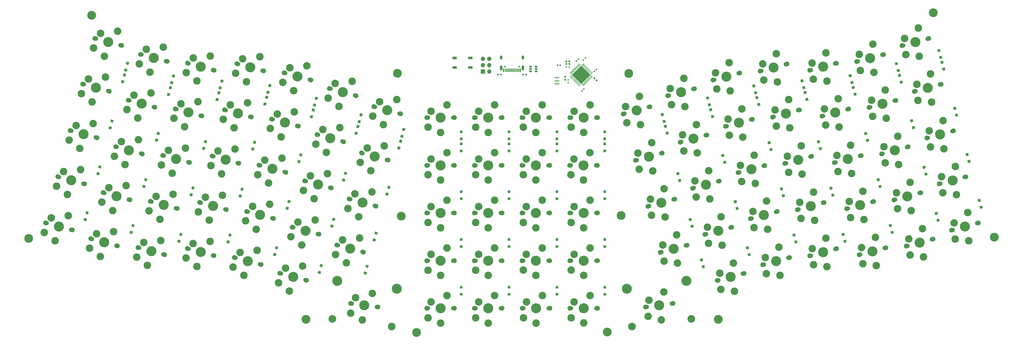
<source format=gts>
G04 #@! TF.GenerationSoftware,KiCad,Pcbnew,(5.1.10)-1*
G04 #@! TF.CreationDate,2021-10-14T20:39:04+01:00*
G04 #@! TF.ProjectId,superlyra-hs,73757065-726c-4797-9261-2d68732e6b69,0.1*
G04 #@! TF.SameCoordinates,Original*
G04 #@! TF.FileFunction,Soldermask,Top*
G04 #@! TF.FilePolarity,Negative*
%FSLAX46Y46*%
G04 Gerber Fmt 4.6, Leading zero omitted, Abs format (unit mm)*
G04 Created by KiCad (PCBNEW (5.1.10)-1) date 2021-10-14 20:39:04*
%MOMM*%
%LPD*%
G01*
G04 APERTURE LIST*
%ADD10C,1.900000*%
%ADD11C,4.000000*%
%ADD12C,1.700000*%
%ADD13C,3.000000*%
%ADD14C,1.800000*%
%ADD15C,3.048000*%
%ADD16C,3.987800*%
%ADD17R,1.900000X0.400000*%
%ADD18R,1.060000X0.650000*%
%ADD19C,0.100000*%
%ADD20R,0.600000X0.500000*%
%ADD21R,1.700000X1.700000*%
%ADD22O,1.700000X1.700000*%
%ADD23O,1.000000X1.600000*%
%ADD24C,0.650000*%
%ADD25O,1.000000X2.100000*%
%ADD26R,0.300000X1.450000*%
%ADD27R,0.600000X1.450000*%
%ADD28R,1.700000X1.000000*%
%ADD29R,1.100000X1.100000*%
%ADD30C,3.500000*%
%ADD31R,0.500000X0.600000*%
G04 APERTURE END LIST*
D10*
X367694977Y-113301479D03*
D11*
X362382385Y-114724984D03*
D12*
X357475482Y-116039785D03*
X367289288Y-113410183D03*
D10*
X357069793Y-116148489D03*
D13*
X358536268Y-119689597D03*
X363909417Y-120423946D03*
X358044807Y-113257633D03*
X363521036Y-109160680D03*
D11*
X362382385Y-114724984D03*
D14*
X367289288Y-113410183D03*
X357475482Y-116039785D03*
D11*
X151115364Y-176510926D03*
D13*
X154296707Y-171805923D03*
D11*
X151115364Y-176510926D03*
D13*
X145662141Y-179625786D03*
X150345260Y-182360451D03*
D12*
X156151904Y-177174000D03*
X146078824Y-175847853D03*
D13*
X147669496Y-173495352D03*
D10*
X145662418Y-175793032D03*
D14*
X156151904Y-177174000D03*
X146078824Y-175847853D03*
D10*
X156568311Y-177228821D03*
D15*
X138382406Y-181897021D03*
D16*
X140371625Y-166787401D03*
D15*
X162054143Y-185013464D03*
D16*
X164043362Y-169903844D03*
D11*
X268585926Y-176515364D03*
D13*
X270441123Y-171147288D03*
D11*
X268585926Y-176515364D03*
D13*
X264124702Y-180935486D03*
X269356031Y-182364889D03*
D12*
X273622466Y-175852291D03*
X263549387Y-177178437D03*
D13*
X264476985Y-174494399D03*
D10*
X263132980Y-177233258D03*
D14*
X273622466Y-175852291D03*
X263549387Y-177178437D03*
D10*
X274038873Y-175797470D03*
D15*
X257680857Y-185013464D03*
D16*
X255691638Y-169903844D03*
D15*
X281352594Y-181897021D03*
D16*
X279363375Y-166787401D03*
D10*
X52840145Y-152807886D03*
D11*
X47527553Y-151384381D03*
D12*
X42620650Y-150069580D03*
X52434456Y-152699182D03*
D10*
X42214961Y-149960876D03*
D13*
X41714411Y-153760804D03*
X46000521Y-157083343D03*
X44504776Y-147944829D03*
X51295805Y-147134878D03*
D11*
X47527553Y-151384381D03*
D14*
X52434456Y-152699182D03*
X42620650Y-150069580D03*
D10*
X339095382Y-79960634D03*
D11*
X333782790Y-81384139D03*
D12*
X328875887Y-82698940D03*
X338689693Y-80069338D03*
D10*
X328470198Y-82807644D03*
D13*
X329936673Y-86348752D03*
X335309822Y-87083101D03*
X329445212Y-79916788D03*
X334921441Y-75819835D03*
D11*
X333782790Y-81384139D03*
D14*
X338689693Y-80069338D03*
X328875887Y-82698940D03*
D10*
X54481622Y-72916968D03*
D11*
X49169030Y-71493463D03*
D12*
X44262127Y-70178662D03*
X54075933Y-72808264D03*
D10*
X43856438Y-70069958D03*
D13*
X43355888Y-73869886D03*
X47641998Y-77192425D03*
X46146253Y-68053911D03*
X52937282Y-67243960D03*
D11*
X49169030Y-71493463D03*
D14*
X54075933Y-72808264D03*
X44262127Y-70178662D03*
D10*
X72639621Y-79272539D03*
D11*
X67327029Y-77849034D03*
D12*
X62420126Y-76534233D03*
X72233932Y-79163835D03*
D10*
X62014437Y-76425529D03*
D13*
X61513887Y-80225457D03*
X65799997Y-83547996D03*
X64304252Y-74409482D03*
X71095281Y-73599531D03*
D11*
X67327029Y-77849034D03*
D14*
X72233932Y-79163835D03*
X62420126Y-76534233D03*
D10*
X91336145Y-82781797D03*
D11*
X86023553Y-81358292D03*
D12*
X81116650Y-80043491D03*
X90930456Y-82673093D03*
D10*
X80710961Y-79934787D03*
D13*
X80210411Y-83734715D03*
X84496521Y-87057254D03*
X83000776Y-77918740D03*
X89791805Y-77108789D03*
D11*
X86023553Y-81358292D03*
D14*
X90930456Y-82673093D03*
X81116650Y-80043491D03*
D10*
X111047308Y-83051006D03*
D11*
X105734716Y-81627501D03*
D12*
X100827813Y-80312700D03*
X110641619Y-82942302D03*
D10*
X100422124Y-80203996D03*
D13*
X99921574Y-84003924D03*
X104207684Y-87326463D03*
X102711939Y-78187949D03*
X109502968Y-77377998D03*
D11*
X105734716Y-81627501D03*
D14*
X110641619Y-82942302D03*
X100827813Y-80312700D03*
D10*
X129819852Y-86656705D03*
D11*
X124507260Y-85233200D03*
D12*
X119600357Y-83918399D03*
X129414163Y-86548001D03*
D10*
X119194668Y-83809695D03*
D13*
X118694118Y-87609623D03*
X122980228Y-90932162D03*
X121484483Y-81793648D03*
X128275512Y-80983697D03*
D11*
X124507260Y-85233200D03*
D14*
X129414163Y-86548001D03*
X119600357Y-83918399D03*
D10*
X147844394Y-92910124D03*
D11*
X142531802Y-91486619D03*
D12*
X137624899Y-90171818D03*
X147438705Y-92801420D03*
D10*
X137219210Y-90063114D03*
D13*
X136718660Y-93863042D03*
X141004770Y-97185581D03*
X139509025Y-88047067D03*
X146300054Y-87237116D03*
D11*
X142531802Y-91486619D03*
D14*
X147438705Y-92801420D03*
X137624899Y-90171818D03*
D10*
X165584699Y-100158943D03*
D11*
X160272107Y-98735438D03*
D12*
X155365204Y-97420637D03*
X165179010Y-100050239D03*
D10*
X154959515Y-97311933D03*
D13*
X154458965Y-101111861D03*
X158745075Y-104434400D03*
X157249330Y-95295886D03*
X164040359Y-94485935D03*
D11*
X160272107Y-98735438D03*
D14*
X165179010Y-100050239D03*
X155365204Y-97420637D03*
D10*
X186980027Y-101668860D03*
D11*
X181480027Y-101668860D03*
D12*
X176400027Y-101668860D03*
X186560027Y-101668860D03*
D10*
X175980027Y-101668860D03*
D13*
X176480027Y-105468860D03*
X181480027Y-107568860D03*
X177670027Y-99128860D03*
X184020027Y-96588860D03*
D11*
X181480027Y-101668860D03*
D14*
X186560027Y-101668860D03*
X176400027Y-101668860D03*
D10*
X205963938Y-101669622D03*
D11*
X200463938Y-101669622D03*
D12*
X195383938Y-101669622D03*
X205543938Y-101669622D03*
D10*
X194963938Y-101669622D03*
D13*
X195463938Y-105469622D03*
X200463938Y-107569622D03*
X196653938Y-99129622D03*
X203003938Y-96589622D03*
D11*
X200463938Y-101669622D03*
D14*
X205543938Y-101669622D03*
X195383938Y-101669622D03*
D10*
X224968099Y-101669850D03*
D11*
X219468099Y-101669850D03*
D12*
X214388099Y-101669850D03*
X224548099Y-101669850D03*
D10*
X213968099Y-101669850D03*
D13*
X214468099Y-105469850D03*
X219468099Y-107569850D03*
X215658099Y-99129850D03*
X222008099Y-96589850D03*
D11*
X219468099Y-101669850D03*
D14*
X224548099Y-101669850D03*
X214388099Y-101669850D03*
D10*
X243956946Y-101669702D03*
D11*
X238456946Y-101669702D03*
D12*
X233376946Y-101669702D03*
X243536946Y-101669702D03*
D10*
X232956946Y-101669702D03*
D13*
X233456946Y-105469702D03*
X238456946Y-107569702D03*
X234646946Y-99129702D03*
X240996946Y-96589702D03*
D11*
X238456946Y-101669702D03*
D14*
X243536946Y-101669702D03*
X233376946Y-101669702D03*
D10*
X264855515Y-97355110D03*
D11*
X259542923Y-98778615D03*
D12*
X254636020Y-100093416D03*
X264449826Y-97463814D03*
D10*
X254230331Y-100202120D03*
D13*
X255696806Y-103743228D03*
X261069955Y-104477577D03*
X255205345Y-97311264D03*
X260681574Y-93214311D03*
D11*
X259542923Y-98778615D03*
D14*
X264449826Y-97463814D03*
X254636020Y-100093416D03*
D10*
X282575607Y-90127508D03*
D11*
X277263015Y-91551013D03*
D12*
X272356112Y-92865814D03*
X282169918Y-90236212D03*
D10*
X271950423Y-92974518D03*
D13*
X273416898Y-96515626D03*
X278790047Y-97249975D03*
X272925437Y-90083662D03*
X278401666Y-85986709D03*
D11*
X277263015Y-91551013D03*
D14*
X282169918Y-90236212D03*
X272356112Y-92865814D03*
D10*
X300611615Y-83874893D03*
D11*
X295299023Y-85298398D03*
D12*
X290392120Y-86613199D03*
X300205926Y-83983597D03*
D10*
X289986431Y-86721903D03*
D13*
X291452906Y-90263011D03*
X296826055Y-90997360D03*
X290961445Y-83831047D03*
X296437674Y-79734094D03*
D11*
X295299023Y-85298398D03*
D14*
X300205926Y-83983597D03*
X290392120Y-86613199D03*
D10*
X319396556Y-80292481D03*
D11*
X314083964Y-81715986D03*
D12*
X309177061Y-83030787D03*
X318990867Y-80401185D03*
D10*
X308771372Y-83139491D03*
D13*
X310237847Y-86680599D03*
X315610996Y-87414948D03*
X309746386Y-80248635D03*
X315222615Y-76151682D03*
D11*
X314083964Y-81715986D03*
D14*
X318990867Y-80401185D03*
X309177061Y-83030787D03*
D10*
X357830358Y-76508485D03*
D11*
X352517766Y-77931990D03*
D12*
X347610863Y-79246791D03*
X357424669Y-76617189D03*
D10*
X347205174Y-79355495D03*
D13*
X348671649Y-82896603D03*
X354044798Y-83630952D03*
X348180188Y-76464639D03*
X353656417Y-72367686D03*
D11*
X352517766Y-77931990D03*
D14*
X357424669Y-76617189D03*
X347610863Y-79246791D03*
D10*
X375892053Y-70116196D03*
D11*
X370579461Y-71539701D03*
D12*
X365672558Y-72854502D03*
X375486364Y-70224900D03*
D10*
X365266869Y-72963206D03*
D13*
X366733344Y-76504314D03*
X372106493Y-77238663D03*
X366241883Y-70072350D03*
X371718112Y-65975397D03*
D11*
X370579461Y-71539701D03*
D14*
X375486364Y-70224900D03*
X365672558Y-72854502D03*
D10*
X49613085Y-91145949D03*
D11*
X44300493Y-89722444D03*
D12*
X39393590Y-88407643D03*
X49207396Y-91037245D03*
D10*
X38987901Y-88298939D03*
D13*
X38487351Y-92098867D03*
X42773461Y-95421406D03*
X41277716Y-86282892D03*
X48068745Y-85472941D03*
D11*
X44300493Y-89722444D03*
D14*
X49207396Y-91037245D03*
X39393590Y-88407643D03*
D10*
X67742854Y-97538675D03*
D11*
X62430262Y-96115170D03*
D12*
X57523359Y-94800369D03*
X67337165Y-97429971D03*
D10*
X57117670Y-94691665D03*
D13*
X56617120Y-98491593D03*
X60903230Y-101814132D03*
X59407485Y-92675618D03*
X66198514Y-91865667D03*
D11*
X62430262Y-96115170D03*
D14*
X67337165Y-97429971D03*
X57523359Y-94800369D03*
D10*
X86443763Y-101008680D03*
D11*
X81131171Y-99585175D03*
D12*
X76224268Y-98270374D03*
X86038074Y-100899976D03*
D10*
X75818579Y-98161670D03*
D13*
X75318029Y-101961598D03*
X79604139Y-105284137D03*
X78108394Y-96145623D03*
X84899423Y-95335672D03*
D11*
X81131171Y-99585175D03*
D14*
X86038074Y-100899976D03*
X76224268Y-98270374D03*
D10*
X106133976Y-101420055D03*
D11*
X100821384Y-99996550D03*
D12*
X95914481Y-98681749D03*
X105728287Y-101311351D03*
D10*
X95508792Y-98573045D03*
D13*
X95008242Y-102372973D03*
X99294352Y-105695512D03*
X97798607Y-96556998D03*
X104589636Y-95747047D03*
D11*
X100821384Y-99996550D03*
D14*
X105728287Y-101311351D03*
X95914481Y-98681749D03*
D10*
X124838145Y-105073916D03*
D11*
X119525553Y-103650411D03*
D12*
X114618650Y-102335610D03*
X124432456Y-104965212D03*
D10*
X114212961Y-102226906D03*
D13*
X113712411Y-106026834D03*
X117998521Y-109349373D03*
X116502776Y-100210859D03*
X123293805Y-99400908D03*
D11*
X119525553Y-103650411D03*
D14*
X124432456Y-104965212D03*
X114618650Y-102335610D03*
D10*
X142914296Y-111306411D03*
D11*
X137601704Y-109882906D03*
D12*
X132694801Y-108568105D03*
X142508607Y-111197707D03*
D10*
X132289112Y-108459401D03*
D13*
X131788562Y-112259329D03*
X136074672Y-115581868D03*
X134578927Y-106443354D03*
X141369956Y-105633403D03*
D11*
X137601704Y-109882906D03*
D14*
X142508607Y-111197707D03*
X132694801Y-108568105D03*
D10*
X160607546Y-118604285D03*
D11*
X155294954Y-117180780D03*
D12*
X150388051Y-115865979D03*
X160201857Y-118495581D03*
D10*
X149982362Y-115757275D03*
D13*
X149481812Y-119557203D03*
X153767922Y-122879742D03*
X152272177Y-113741228D03*
X159063206Y-112931277D03*
D11*
X155294954Y-117180780D03*
D14*
X160201857Y-118495581D03*
X150388051Y-115865979D03*
D10*
X186982461Y-120687059D03*
D11*
X181482461Y-120687059D03*
D12*
X176402461Y-120687059D03*
X186562461Y-120687059D03*
D10*
X175982461Y-120687059D03*
D13*
X176482461Y-124487059D03*
X181482461Y-126587059D03*
X177672461Y-118147059D03*
X184022461Y-115607059D03*
D11*
X181482461Y-120687059D03*
D14*
X186562461Y-120687059D03*
X176402461Y-120687059D03*
D10*
X205969234Y-120688156D03*
D11*
X200469234Y-120688156D03*
D12*
X195389234Y-120688156D03*
X205549234Y-120688156D03*
D10*
X194969234Y-120688156D03*
D13*
X195469234Y-124488156D03*
X200469234Y-126588156D03*
X196659234Y-118148156D03*
X203009234Y-115608156D03*
D11*
X200469234Y-120688156D03*
D14*
X205549234Y-120688156D03*
X195389234Y-120688156D03*
D10*
X224959244Y-120688139D03*
D11*
X219459244Y-120688139D03*
D12*
X214379244Y-120688139D03*
X224539244Y-120688139D03*
D10*
X213959244Y-120688139D03*
D13*
X214459244Y-124488139D03*
X219459244Y-126588139D03*
X215649244Y-118148139D03*
X221999244Y-115608139D03*
D11*
X219459244Y-120688139D03*
D14*
X224539244Y-120688139D03*
X214379244Y-120688139D03*
D10*
X243940303Y-120688345D03*
D11*
X238440303Y-120688345D03*
D12*
X233360303Y-120688345D03*
X243520303Y-120688345D03*
D10*
X232940303Y-120688345D03*
D13*
X233440303Y-124488345D03*
X238440303Y-126588345D03*
X234630303Y-118148345D03*
X240980303Y-115608345D03*
D11*
X238440303Y-120688345D03*
D14*
X243520303Y-120688345D03*
X233360303Y-120688345D03*
D10*
X269764888Y-115826028D03*
D11*
X264452296Y-117249533D03*
D12*
X259545393Y-118564334D03*
X269359199Y-115934732D03*
D10*
X259139704Y-118673038D03*
D13*
X260606179Y-122214146D03*
X265979328Y-122948495D03*
X260114718Y-115782182D03*
X265590947Y-111685229D03*
D11*
X264452296Y-117249533D03*
D14*
X269359199Y-115934732D03*
X259545393Y-118564334D03*
D10*
X287517001Y-108610731D03*
D11*
X282204409Y-110034236D03*
D12*
X277297506Y-111349037D03*
X287111312Y-108719435D03*
D10*
X276891817Y-111457741D03*
D13*
X278358292Y-114998849D03*
X283731441Y-115733198D03*
X277866831Y-108566885D03*
X283343060Y-104469932D03*
D11*
X282204409Y-110034236D03*
D14*
X287111312Y-108719435D03*
X277297506Y-111349037D03*
D10*
X305624507Y-102312707D03*
D11*
X300311915Y-103736212D03*
D12*
X295405012Y-105051013D03*
X305218818Y-102421411D03*
D10*
X294999323Y-105159717D03*
D13*
X296465798Y-108700825D03*
X301838947Y-109435174D03*
X295974337Y-102268861D03*
X301450566Y-98171908D03*
D11*
X300311915Y-103736212D03*
D14*
X305218818Y-102421411D03*
X295405012Y-105051013D03*
D10*
X324317315Y-98637273D03*
D11*
X319004723Y-100060778D03*
D12*
X314097820Y-101375579D03*
X323911626Y-98745977D03*
D10*
X313692131Y-101484283D03*
D13*
X315158606Y-105025391D03*
X320531755Y-105759740D03*
X314667145Y-98593427D03*
X320143374Y-94496474D03*
D11*
X319004723Y-100060778D03*
D14*
X323911626Y-98745977D03*
X314097820Y-101375579D03*
D10*
X343990019Y-98242066D03*
D11*
X338677427Y-99665571D03*
D12*
X333770524Y-100980372D03*
X343584330Y-98350770D03*
D10*
X333364835Y-101089076D03*
D13*
X334831310Y-104630184D03*
X340204459Y-105364533D03*
X334339849Y-98198220D03*
X339816078Y-94101267D03*
D11*
X338677427Y-99665571D03*
D14*
X343584330Y-98350770D03*
X333770524Y-100980372D03*
D10*
X362738399Y-94777742D03*
D11*
X357425807Y-96201247D03*
D12*
X352518904Y-97516048D03*
X362332710Y-94886446D03*
D10*
X352113215Y-97624752D03*
D13*
X353579690Y-101165860D03*
X358952839Y-101900209D03*
X353088229Y-94733896D03*
X358564458Y-90636943D03*
D11*
X357425807Y-96201247D03*
D14*
X362332710Y-94886446D03*
X352518904Y-97516048D03*
D10*
X380770215Y-88387067D03*
D11*
X375457623Y-89810572D03*
D12*
X370550720Y-91125373D03*
X380364526Y-88495771D03*
D10*
X370145031Y-91234077D03*
D13*
X371611506Y-94775185D03*
X376984655Y-95509534D03*
X371120045Y-88343221D03*
X376596274Y-84246268D03*
D11*
X375457623Y-89810572D03*
D14*
X380364526Y-88495771D03*
X370550720Y-91125373D03*
D10*
X44681579Y-109693313D03*
D11*
X39368987Y-108269808D03*
D12*
X34462084Y-106955007D03*
X44275890Y-109584609D03*
D10*
X34056395Y-106846303D03*
D13*
X33555845Y-110646231D03*
X37841955Y-113968770D03*
X36346210Y-104830256D03*
X43137239Y-104020305D03*
D11*
X39368987Y-108269808D03*
D14*
X44275890Y-109584609D03*
X34462084Y-106955007D03*
D10*
X62732159Y-116111060D03*
D11*
X57419567Y-114687555D03*
D12*
X52512664Y-113372754D03*
X62326470Y-116002356D03*
D10*
X52106975Y-113264050D03*
D13*
X51606425Y-117063978D03*
X55892535Y-120386517D03*
X54396790Y-111248003D03*
X61187819Y-110438052D03*
D11*
X57419567Y-114687555D03*
D14*
X62326470Y-116002356D03*
X52512664Y-113372754D03*
D10*
X81481874Y-119569315D03*
D11*
X76169282Y-118145810D03*
D12*
X71262379Y-116831009D03*
X81076185Y-119460611D03*
D10*
X70856690Y-116722305D03*
D13*
X70356140Y-120522233D03*
X74642250Y-123844772D03*
X73146505Y-114706258D03*
X79937534Y-113896307D03*
D11*
X76169282Y-118145810D03*
D14*
X81076185Y-119460611D03*
X71262379Y-116831009D03*
D10*
X101180174Y-119858962D03*
D11*
X95867582Y-118435457D03*
D12*
X90960679Y-117120656D03*
X100774485Y-119750258D03*
D10*
X90554990Y-117011952D03*
D13*
X90054440Y-120811880D03*
X94340550Y-124134419D03*
X92844805Y-114995905D03*
X99635834Y-114185954D03*
D11*
X95867582Y-118435457D03*
D14*
X100774485Y-119750258D03*
X90960679Y-117120656D03*
D10*
X119860594Y-123493400D03*
D11*
X114548002Y-122069895D03*
D12*
X109641099Y-120755094D03*
X119454905Y-123384696D03*
D10*
X109235410Y-120646390D03*
D13*
X108734860Y-124446318D03*
X113020970Y-127768857D03*
X111525225Y-118630343D03*
X118316254Y-117820392D03*
D11*
X114548002Y-122069895D03*
D14*
X119454905Y-123384696D03*
X109641099Y-120755094D03*
D10*
X138011232Y-129724097D03*
D11*
X132698640Y-128300592D03*
D12*
X127791737Y-126985791D03*
X137605543Y-129615393D03*
D10*
X127386048Y-126877087D03*
D13*
X126885498Y-130677015D03*
X131171608Y-133999554D03*
X129675863Y-124861040D03*
X136466892Y-124051089D03*
D11*
X132698640Y-128300592D03*
D14*
X137605543Y-129615393D03*
X127791737Y-126985791D03*
D10*
X155725573Y-136954536D03*
D11*
X150412981Y-135531031D03*
D12*
X145506078Y-134216230D03*
X155319884Y-136845832D03*
D10*
X145100389Y-134107526D03*
D13*
X144599839Y-137907454D03*
X148885949Y-141229993D03*
X147390204Y-132091479D03*
X154181233Y-131281528D03*
D11*
X150412981Y-135531031D03*
D14*
X155319884Y-136845832D03*
X145506078Y-134216230D03*
D10*
X186979982Y-139697890D03*
D11*
X181479982Y-139697890D03*
D12*
X176399982Y-139697890D03*
X186559982Y-139697890D03*
D10*
X175979982Y-139697890D03*
D13*
X176479982Y-143497890D03*
X181479982Y-145597890D03*
X177669982Y-137157890D03*
X184019982Y-134617890D03*
D11*
X181479982Y-139697890D03*
D14*
X186559982Y-139697890D03*
X176399982Y-139697890D03*
D10*
X205981210Y-139689145D03*
D11*
X200481210Y-139689145D03*
D12*
X195401210Y-139689145D03*
X205561210Y-139689145D03*
D10*
X194981210Y-139689145D03*
D13*
X195481210Y-143489145D03*
X200481210Y-145589145D03*
X196671210Y-137149145D03*
X203021210Y-134609145D03*
D11*
X200481210Y-139689145D03*
D14*
X205561210Y-139689145D03*
X195401210Y-139689145D03*
D10*
X224957600Y-139677803D03*
D11*
X219457600Y-139677803D03*
D12*
X214377600Y-139677803D03*
X224537600Y-139677803D03*
D10*
X213957600Y-139677803D03*
D13*
X214457600Y-143477803D03*
X219457600Y-145577803D03*
X215647600Y-137137803D03*
X221997600Y-134597803D03*
D11*
X219457600Y-139677803D03*
D14*
X224537600Y-139677803D03*
X214377600Y-139677803D03*
D10*
X243954704Y-139684832D03*
D11*
X238454704Y-139684832D03*
D12*
X233374704Y-139684832D03*
X243534704Y-139684832D03*
D10*
X232954704Y-139684832D03*
D13*
X233454704Y-143484832D03*
X238454704Y-145584832D03*
X234644704Y-137144832D03*
X240994704Y-134604832D03*
D11*
X238454704Y-139684832D03*
D14*
X243534704Y-139684832D03*
X233374704Y-139684832D03*
D10*
X274692804Y-134193921D03*
D11*
X269380212Y-135617426D03*
D12*
X264473309Y-136932227D03*
X274287115Y-134302625D03*
D10*
X264067620Y-137040931D03*
D13*
X265534095Y-140582039D03*
X270907244Y-141316388D03*
X265042634Y-134150075D03*
X270518863Y-130053122D03*
D11*
X269380212Y-135617426D03*
D14*
X274287115Y-134302625D03*
X264473309Y-136932227D03*
D10*
X292447048Y-126980347D03*
D11*
X287134456Y-128403852D03*
D12*
X282227553Y-129718653D03*
X292041359Y-127089051D03*
D10*
X281821864Y-129827357D03*
D13*
X283288339Y-133368465D03*
X288661488Y-134102814D03*
X282796878Y-126936501D03*
X288273107Y-122839548D03*
D11*
X287134456Y-128403852D03*
D14*
X292041359Y-127089051D03*
X282227553Y-129718653D03*
D10*
X310567469Y-120790605D03*
D11*
X305254877Y-122214110D03*
D12*
X300347974Y-123528911D03*
X310161780Y-120899309D03*
D10*
X299942285Y-123637615D03*
D13*
X301408760Y-127178723D03*
X306781909Y-127913072D03*
X300917299Y-120746759D03*
X306393528Y-116649806D03*
D11*
X305254877Y-122214110D03*
D14*
X310161780Y-120899309D03*
X300347974Y-123528911D03*
D10*
X329234181Y-117101509D03*
D11*
X323921589Y-118525014D03*
D12*
X319014686Y-119839815D03*
X328828492Y-117210213D03*
D10*
X318608997Y-119948519D03*
D13*
X320075472Y-123489627D03*
X325448621Y-124223976D03*
X319584011Y-117057663D03*
X325060240Y-112960710D03*
D11*
X323921589Y-118525014D03*
D14*
X328828492Y-117210213D03*
X319014686Y-119839815D03*
D10*
X348941601Y-116794967D03*
D11*
X343629009Y-118218472D03*
D12*
X338722106Y-119533273D03*
X348535912Y-116903671D03*
D10*
X338316417Y-119641977D03*
D13*
X339782892Y-123183085D03*
X345156041Y-123917434D03*
X339291431Y-116751121D03*
X344767660Y-112654168D03*
D11*
X343629009Y-118218472D03*
D14*
X348535912Y-116903671D03*
X338722106Y-119533273D03*
D10*
X385729959Y-106956937D03*
D11*
X380417367Y-108380442D03*
D12*
X375510464Y-109695243D03*
X385324270Y-107065641D03*
D10*
X375104775Y-109803947D03*
D13*
X376571250Y-113345055D03*
X381944399Y-114079404D03*
X376079789Y-106913091D03*
X381556018Y-102816138D03*
D11*
X380417367Y-108380442D03*
D14*
X385324270Y-107065641D03*
X375510464Y-109695243D03*
D10*
X39743551Y-128082367D03*
D11*
X34430959Y-126658862D03*
D12*
X29524056Y-125344061D03*
X39337862Y-127973663D03*
D10*
X29118367Y-125235357D03*
D13*
X28617817Y-129035285D03*
X32903927Y-132357824D03*
X31408182Y-123219310D03*
X38199211Y-122409359D03*
D11*
X34430959Y-126658862D03*
D14*
X39337862Y-127973663D03*
X29524056Y-125344061D03*
D10*
X57797753Y-134445742D03*
D11*
X52485161Y-133022237D03*
D12*
X47578258Y-131707436D03*
X57392064Y-134337038D03*
D10*
X47172569Y-131598732D03*
D13*
X46672019Y-135398660D03*
X50958129Y-138721199D03*
X49462384Y-129582685D03*
X56253413Y-128772734D03*
D11*
X52485161Y-133022237D03*
D14*
X57392064Y-134337038D03*
X47578258Y-131707436D03*
D10*
X76567027Y-137912044D03*
D11*
X71254435Y-136488539D03*
D12*
X66347532Y-135173738D03*
X76161338Y-137803340D03*
D10*
X65941843Y-135065034D03*
D13*
X65441293Y-138864962D03*
X69727403Y-142187501D03*
X68231658Y-133048987D03*
X75022687Y-132239036D03*
D11*
X71254435Y-136488539D03*
D14*
X76161338Y-137803340D03*
X66347532Y-135173738D03*
D10*
X96204762Y-138325080D03*
D11*
X90892170Y-136901575D03*
D12*
X85985267Y-135586774D03*
X95799073Y-138216376D03*
D10*
X85579578Y-135478070D03*
D13*
X85079028Y-139277998D03*
X89365138Y-142600537D03*
X87869393Y-133462023D03*
X94660422Y-132652072D03*
D11*
X90892170Y-136901575D03*
D14*
X95799073Y-138216376D03*
X85985267Y-135586774D03*
D10*
X114955296Y-141902760D03*
D11*
X109642704Y-140479255D03*
D12*
X104735801Y-139164454D03*
X114549607Y-141794056D03*
D10*
X104330112Y-139055750D03*
D13*
X103829562Y-142855678D03*
X108115672Y-146178217D03*
X106619927Y-137039703D03*
X113410956Y-136229752D03*
D11*
X109642704Y-140479255D03*
D14*
X114549607Y-141794056D03*
X104735801Y-139164454D03*
D10*
X133056367Y-148189997D03*
D11*
X127743775Y-146766492D03*
D12*
X122836872Y-145451691D03*
X132650678Y-148081293D03*
D10*
X122431183Y-145342987D03*
D13*
X121930633Y-149142915D03*
X126216743Y-152465454D03*
X124720998Y-143326940D03*
X131512027Y-142516989D03*
D11*
X127743775Y-146766492D03*
D14*
X132650678Y-148081293D03*
X122836872Y-145451691D03*
D10*
X150798448Y-155321856D03*
D11*
X145485856Y-153898351D03*
D12*
X140578953Y-152583550D03*
X150392759Y-155213152D03*
D10*
X140173264Y-152474846D03*
D13*
X139672714Y-156274774D03*
X143958824Y-159597313D03*
X142463079Y-150458799D03*
X149254108Y-149648848D03*
D11*
X145485856Y-153898351D03*
D14*
X150392759Y-155213152D03*
X140578953Y-152583550D03*
D10*
X186990210Y-158719962D03*
D11*
X181490210Y-158719962D03*
D12*
X176410210Y-158719962D03*
X186570210Y-158719962D03*
D10*
X175990210Y-158719962D03*
D13*
X176490210Y-162519962D03*
X181490210Y-164619962D03*
X177680210Y-156179962D03*
X184030210Y-153639962D03*
D11*
X181490210Y-158719962D03*
D14*
X186570210Y-158719962D03*
X176410210Y-158719962D03*
D10*
X205981345Y-158720277D03*
D11*
X200481345Y-158720277D03*
D12*
X195401345Y-158720277D03*
X205561345Y-158720277D03*
D10*
X194981345Y-158720277D03*
D13*
X195481345Y-162520277D03*
X200481345Y-164620277D03*
X196671345Y-156180277D03*
X203021345Y-153640277D03*
D11*
X200481345Y-158720277D03*
D14*
X205561345Y-158720277D03*
X195401345Y-158720277D03*
D10*
X224974685Y-158703844D03*
D11*
X219474685Y-158703844D03*
D12*
X214394685Y-158703844D03*
X224554685Y-158703844D03*
D10*
X213974685Y-158703844D03*
D13*
X214474685Y-162503844D03*
X219474685Y-164603844D03*
X215664685Y-156163844D03*
X222014685Y-153623844D03*
D11*
X219474685Y-158703844D03*
D14*
X224554685Y-158703844D03*
X214394685Y-158703844D03*
D10*
X243966643Y-158701118D03*
D11*
X238466643Y-158701118D03*
D12*
X233386643Y-158701118D03*
X243546643Y-158701118D03*
D10*
X232966643Y-158701118D03*
D13*
X233466643Y-162501118D03*
X238466643Y-164601118D03*
X234656643Y-156161118D03*
X241006643Y-153621118D03*
D11*
X238466643Y-158701118D03*
D14*
X243546643Y-158701118D03*
X233386643Y-158701118D03*
D10*
X279629037Y-152549783D03*
D11*
X274316445Y-153973288D03*
D12*
X269409542Y-155288089D03*
X279223348Y-152658487D03*
D10*
X269003853Y-155396793D03*
D13*
X270470328Y-158937901D03*
X275843477Y-159672250D03*
X269978867Y-152505937D03*
X275455096Y-148408984D03*
D11*
X274316445Y-153973288D03*
D14*
X279223348Y-152658487D03*
X269409542Y-155288089D03*
D10*
X297374566Y-145394259D03*
D11*
X292061974Y-146817764D03*
D12*
X287155071Y-148132565D03*
X296968877Y-145502963D03*
D10*
X286749382Y-148241269D03*
D13*
X288215857Y-151782377D03*
X293589006Y-152516726D03*
X287724396Y-145350413D03*
X293200625Y-141253460D03*
D11*
X292061974Y-146817764D03*
D14*
X296968877Y-145502963D03*
X287155071Y-148132565D03*
D10*
X315496790Y-139123834D03*
D11*
X310184198Y-140547339D03*
D12*
X305277295Y-141862140D03*
X315091101Y-139232538D03*
D10*
X304871606Y-141970844D03*
D13*
X306338081Y-145511952D03*
X311711230Y-146246301D03*
X305846620Y-139079988D03*
X311322849Y-134983035D03*
D11*
X310184198Y-140547339D03*
D14*
X315091101Y-139232538D03*
X305277295Y-141862140D03*
D10*
X334194787Y-135538446D03*
D11*
X328882195Y-136961951D03*
D12*
X323975292Y-138276752D03*
X333789098Y-135647150D03*
D10*
X323569603Y-138385456D03*
D13*
X325036078Y-141926564D03*
X330409227Y-142660913D03*
X324544617Y-135494600D03*
X330020846Y-131397647D03*
D11*
X328882195Y-136961951D03*
D14*
X333789098Y-135647150D03*
X323975292Y-138276752D03*
D10*
X353866760Y-135154546D03*
D11*
X348554168Y-136578051D03*
D12*
X343647265Y-137892852D03*
X353461071Y-135263250D03*
D10*
X343241576Y-138001556D03*
D13*
X344708051Y-141542664D03*
X350081200Y-142277013D03*
X344216590Y-135110700D03*
X349692819Y-131013747D03*
D11*
X348554168Y-136578051D03*
D14*
X353461071Y-135263250D03*
X343647265Y-137892852D03*
D10*
X372641767Y-131648990D03*
D11*
X367329175Y-133072495D03*
D12*
X362422272Y-134387296D03*
X372236078Y-131757694D03*
D10*
X362016583Y-134496000D03*
D13*
X363483058Y-138037108D03*
X368856207Y-138771457D03*
X362991597Y-131605144D03*
X368467826Y-127508191D03*
D11*
X367329175Y-133072495D03*
D14*
X372236078Y-131757694D03*
X362422272Y-134387296D03*
D10*
X390657314Y-125268438D03*
D11*
X385344722Y-126691943D03*
D12*
X380437819Y-128006744D03*
X390251625Y-125377142D03*
D10*
X380032130Y-128115448D03*
D13*
X381498605Y-131656556D03*
X386871754Y-132390905D03*
X381007144Y-125224592D03*
X386483373Y-121127639D03*
D11*
X385344722Y-126691943D03*
D14*
X390251625Y-125377142D03*
X380437819Y-128006744D03*
D10*
X34835509Y-146499290D03*
D11*
X29522917Y-145075785D03*
D12*
X24616014Y-143760984D03*
X34429820Y-146390586D03*
D10*
X24210325Y-143652280D03*
D13*
X23709775Y-147452208D03*
X27995885Y-150774747D03*
X26500140Y-141636233D03*
X33291169Y-140826282D03*
D11*
X29522917Y-145075785D03*
D14*
X34429820Y-146390586D03*
X24616014Y-143760984D03*
D10*
X71632929Y-156339476D03*
D11*
X66320337Y-154915971D03*
D12*
X61413434Y-153601170D03*
X71227240Y-156230772D03*
D10*
X61007745Y-153492466D03*
D13*
X60507195Y-157292394D03*
X64793305Y-160614933D03*
X63297560Y-151476419D03*
X70088589Y-150666468D03*
D11*
X66320337Y-154915971D03*
D14*
X71227240Y-156230772D03*
X61413434Y-153601170D03*
D10*
X91293142Y-156713263D03*
D11*
X85980550Y-155289758D03*
D12*
X81073647Y-153974957D03*
X90887453Y-156604559D03*
D10*
X80667958Y-153866253D03*
D13*
X80167408Y-157666181D03*
X84453518Y-160988720D03*
X82957773Y-151850206D03*
X89748802Y-151040255D03*
D11*
X85980550Y-155289758D03*
D14*
X90887453Y-156604559D03*
X81073647Y-153974957D03*
D10*
X110024000Y-160296260D03*
D11*
X104711408Y-158872755D03*
D12*
X99804505Y-157557954D03*
X109618311Y-160187556D03*
D10*
X99398816Y-157449250D03*
D13*
X98898266Y-161249178D03*
X103184376Y-164571717D03*
X101688631Y-155433203D03*
X108479660Y-154623252D03*
D11*
X104711408Y-158872755D03*
D14*
X109618311Y-160187556D03*
X99804505Y-157557954D03*
D10*
X128116930Y-166559488D03*
D11*
X122804338Y-165135983D03*
D12*
X117897435Y-163821182D03*
X127711241Y-166450784D03*
D10*
X117491746Y-163712478D03*
D13*
X116991196Y-167512406D03*
X121277306Y-170834945D03*
X119781561Y-161696431D03*
X126572590Y-160886480D03*
D11*
X122804338Y-165135983D03*
D14*
X127711241Y-166450784D03*
X117897435Y-163821182D03*
D10*
X187004206Y-177722335D03*
D11*
X181504206Y-177722335D03*
D12*
X176424206Y-177722335D03*
X186584206Y-177722335D03*
D10*
X176004206Y-177722335D03*
D13*
X176504206Y-181522335D03*
X181504206Y-183622335D03*
X177694206Y-175182335D03*
X184044206Y-172642335D03*
D11*
X181504206Y-177722335D03*
D14*
X186584206Y-177722335D03*
X176424206Y-177722335D03*
D10*
X205993711Y-177712896D03*
D11*
X200493711Y-177712896D03*
D12*
X195413711Y-177712896D03*
X205573711Y-177712896D03*
D10*
X194993711Y-177712896D03*
D13*
X195493711Y-181512896D03*
X200493711Y-183612896D03*
X196683711Y-175172896D03*
X203033711Y-172632896D03*
D11*
X200493711Y-177712896D03*
D14*
X205573711Y-177712896D03*
X195413711Y-177712896D03*
D10*
X224999599Y-177693491D03*
D11*
X219499599Y-177693491D03*
D12*
X214419599Y-177693491D03*
X224579599Y-177693491D03*
D10*
X213999599Y-177693491D03*
D13*
X214499599Y-181493491D03*
X219499599Y-183593491D03*
X215689599Y-175153491D03*
X222039599Y-172613491D03*
D11*
X219499599Y-177693491D03*
D14*
X224579599Y-177693491D03*
X214419599Y-177693491D03*
D10*
X243962754Y-177682742D03*
D11*
X238462754Y-177682742D03*
D12*
X233382754Y-177682742D03*
X243542754Y-177682742D03*
D10*
X232962754Y-177682742D03*
D13*
X233462754Y-181482742D03*
X238462754Y-183582742D03*
X234652754Y-175142742D03*
X241002754Y-172602742D03*
D11*
X238462754Y-177682742D03*
D14*
X243542754Y-177682742D03*
X233382754Y-177682742D03*
D10*
X302293612Y-163791067D03*
D11*
X296981020Y-165214572D03*
D12*
X292074117Y-166529373D03*
X301887923Y-163899771D03*
D10*
X291668428Y-166638077D03*
D13*
X293134903Y-170179185D03*
X298508052Y-170913534D03*
X292643442Y-163747221D03*
X298119671Y-159650268D03*
D11*
X296981020Y-165214572D03*
D14*
X301887923Y-163899771D03*
X292074117Y-166529373D03*
D10*
X320411057Y-157498956D03*
D11*
X315098465Y-158922461D03*
D12*
X310191562Y-160237262D03*
X320005368Y-157607660D03*
D10*
X309785873Y-160345966D03*
D13*
X311252348Y-163887074D03*
X316625497Y-164621423D03*
X310760887Y-157455110D03*
X316237116Y-153358157D03*
D11*
X315098465Y-158922461D03*
D14*
X320005368Y-157607660D03*
X310191562Y-160237262D03*
D10*
X339131563Y-153945723D03*
D11*
X333818971Y-155369228D03*
D12*
X328912068Y-156684029D03*
X338725874Y-154054427D03*
D10*
X328506379Y-156792733D03*
D13*
X329972854Y-160333841D03*
X335346003Y-161068190D03*
X329481393Y-153901877D03*
X334957622Y-149804924D03*
D11*
X333818971Y-155369228D03*
D14*
X338725874Y-154054427D03*
X328912068Y-156684029D03*
D10*
X358812763Y-153549465D03*
D11*
X353500171Y-154972970D03*
D12*
X348593268Y-156287771D03*
X358407074Y-153658169D03*
D10*
X348187579Y-156396475D03*
D13*
X349654054Y-159937583D03*
X355027203Y-160671932D03*
X349162593Y-153505619D03*
X354638822Y-149408666D03*
D11*
X353500171Y-154972970D03*
D14*
X358407074Y-153658169D03*
X348593268Y-156287771D03*
D10*
X377574783Y-150079097D03*
D11*
X372262191Y-151502602D03*
D12*
X367355288Y-152817403D03*
X377169094Y-150187801D03*
D10*
X366949599Y-152926107D03*
D13*
X368416074Y-156467215D03*
X373789223Y-157201564D03*
X367924613Y-150035251D03*
X373400842Y-145938298D03*
D11*
X372262191Y-151502602D03*
D14*
X377169094Y-150187801D03*
X367355288Y-152817403D03*
D10*
X395592898Y-143682800D03*
D11*
X390280306Y-145106305D03*
D12*
X385373403Y-146421106D03*
X395187209Y-143791504D03*
D10*
X384967714Y-146529810D03*
D13*
X386434189Y-150070918D03*
X391807338Y-150805267D03*
X385942728Y-143638954D03*
X391418957Y-139542001D03*
D11*
X390280306Y-145106305D03*
D14*
X395187209Y-143791504D03*
X385373403Y-146421106D03*
D17*
X227838000Y-85795000D03*
X227838000Y-86995000D03*
X227838000Y-88195000D03*
G36*
G01*
X230980000Y-85024000D02*
X231300000Y-85024000D01*
G75*
G02*
X231460000Y-85184000I0J-160000D01*
G01*
X231460000Y-85579000D01*
G75*
G02*
X231300000Y-85739000I-160000J0D01*
G01*
X230980000Y-85739000D01*
G75*
G02*
X230820000Y-85579000I0J160000D01*
G01*
X230820000Y-85184000D01*
G75*
G02*
X230980000Y-85024000I160000J0D01*
G01*
G37*
G36*
G01*
X230980000Y-86219000D02*
X231300000Y-86219000D01*
G75*
G02*
X231460000Y-86379000I0J-160000D01*
G01*
X231460000Y-86774000D01*
G75*
G02*
X231300000Y-86934000I-160000J0D01*
G01*
X230980000Y-86934000D01*
G75*
G02*
X230820000Y-86774000I0J160000D01*
G01*
X230820000Y-86379000D01*
G75*
G02*
X230980000Y-86219000I160000J0D01*
G01*
G37*
D18*
X217340000Y-81346000D03*
X217340000Y-82296000D03*
X217340000Y-83246000D03*
X219540000Y-83246000D03*
X219540000Y-81346000D03*
X219540000Y-82296000D03*
D19*
G36*
X238345736Y-79077818D02*
G01*
X237992182Y-78724264D01*
X238416446Y-78300000D01*
X238770000Y-78653554D01*
X238345736Y-79077818D01*
G37*
G36*
X239123554Y-78300000D02*
G01*
X238770000Y-77946446D01*
X239194264Y-77522182D01*
X239547818Y-77875736D01*
X239123554Y-78300000D01*
G37*
G36*
X243513554Y-82830000D02*
G01*
X243160000Y-82476446D01*
X243584264Y-82052182D01*
X243937818Y-82405736D01*
X243513554Y-82830000D01*
G37*
G36*
X242735736Y-83607818D02*
G01*
X242382182Y-83254264D01*
X242806446Y-82830000D01*
X243160000Y-83183554D01*
X242735736Y-83607818D01*
G37*
G36*
X238549264Y-89836682D02*
G01*
X238902818Y-90190236D01*
X238478554Y-90614500D01*
X238125000Y-90260946D01*
X238549264Y-89836682D01*
G37*
G36*
X237771446Y-90614500D02*
G01*
X238125000Y-90968054D01*
X237700736Y-91392318D01*
X237347182Y-91038764D01*
X237771446Y-90614500D01*
G37*
D20*
X231606000Y-81534000D03*
X232706000Y-81534000D03*
D21*
X198374000Y-83312000D03*
D22*
X200914000Y-83312000D03*
X198374000Y-80772000D03*
X200914000Y-80772000D03*
X198374000Y-78232000D03*
X200914000Y-78232000D03*
G36*
G01*
X233111000Y-80104000D02*
X233111000Y-80424000D01*
G75*
G02*
X232951000Y-80584000I-160000J0D01*
G01*
X232556000Y-80584000D01*
G75*
G02*
X232396000Y-80424000I0J160000D01*
G01*
X232396000Y-80104000D01*
G75*
G02*
X232556000Y-79944000I160000J0D01*
G01*
X232951000Y-79944000D01*
G75*
G02*
X233111000Y-80104000I0J-160000D01*
G01*
G37*
G36*
G01*
X231916000Y-80104000D02*
X231916000Y-80424000D01*
G75*
G02*
X231756000Y-80584000I-160000J0D01*
G01*
X231361000Y-80584000D01*
G75*
G02*
X231201000Y-80424000I0J160000D01*
G01*
X231201000Y-80104000D01*
G75*
G02*
X231361000Y-79944000I160000J0D01*
G01*
X231756000Y-79944000D01*
G75*
G02*
X231916000Y-80104000I0J-160000D01*
G01*
G37*
G36*
G01*
X233111000Y-79088000D02*
X233111000Y-79408000D01*
G75*
G02*
X232951000Y-79568000I-160000J0D01*
G01*
X232556000Y-79568000D01*
G75*
G02*
X232396000Y-79408000I0J160000D01*
G01*
X232396000Y-79088000D01*
G75*
G02*
X232556000Y-78928000I160000J0D01*
G01*
X232951000Y-78928000D01*
G75*
G02*
X233111000Y-79088000I0J-160000D01*
G01*
G37*
G36*
G01*
X231916000Y-79088000D02*
X231916000Y-79408000D01*
G75*
G02*
X231756000Y-79568000I-160000J0D01*
G01*
X231361000Y-79568000D01*
G75*
G02*
X231201000Y-79408000I0J160000D01*
G01*
X231201000Y-79088000D01*
G75*
G02*
X231361000Y-78928000I160000J0D01*
G01*
X231756000Y-78928000D01*
G75*
G02*
X231916000Y-79088000I0J-160000D01*
G01*
G37*
G36*
G01*
X243978424Y-86962150D02*
X243752150Y-87188424D01*
G75*
G02*
X243525876Y-87188424I-113137J113137D01*
G01*
X243246568Y-86909116D01*
G75*
G02*
X243246568Y-86682842I113137J113137D01*
G01*
X243472842Y-86456568D01*
G75*
G02*
X243699116Y-86456568I113137J-113137D01*
G01*
X243978424Y-86735876D01*
G75*
G02*
X243978424Y-86962150I-113137J-113137D01*
G01*
G37*
G36*
G01*
X243133432Y-86117158D02*
X242907158Y-86343432D01*
G75*
G02*
X242680884Y-86343432I-113137J113137D01*
G01*
X242401576Y-86064124D01*
G75*
G02*
X242401576Y-85837850I113137J113137D01*
G01*
X242627850Y-85611576D01*
G75*
G02*
X242854124Y-85611576I113137J-113137D01*
G01*
X243133432Y-85890884D01*
G75*
G02*
X243133432Y-86117158I-113137J-113137D01*
G01*
G37*
G36*
G01*
X215895000Y-84370000D02*
X215895000Y-84690000D01*
G75*
G02*
X215735000Y-84850000I-160000J0D01*
G01*
X215340000Y-84850000D01*
G75*
G02*
X215180000Y-84690000I0J160000D01*
G01*
X215180000Y-84370000D01*
G75*
G02*
X215340000Y-84210000I160000J0D01*
G01*
X215735000Y-84210000D01*
G75*
G02*
X215895000Y-84370000I0J-160000D01*
G01*
G37*
G36*
G01*
X214700000Y-84370000D02*
X214700000Y-84690000D01*
G75*
G02*
X214540000Y-84850000I-160000J0D01*
G01*
X214145000Y-84850000D01*
G75*
G02*
X213985000Y-84690000I0J160000D01*
G01*
X213985000Y-84370000D01*
G75*
G02*
X214145000Y-84210000I160000J0D01*
G01*
X214540000Y-84210000D01*
G75*
G02*
X214700000Y-84370000I0J-160000D01*
G01*
G37*
G36*
G01*
X205190000Y-84700000D02*
X205190000Y-84380000D01*
G75*
G02*
X205350000Y-84220000I160000J0D01*
G01*
X205745000Y-84220000D01*
G75*
G02*
X205905000Y-84380000I0J-160000D01*
G01*
X205905000Y-84700000D01*
G75*
G02*
X205745000Y-84860000I-160000J0D01*
G01*
X205350000Y-84860000D01*
G75*
G02*
X205190000Y-84700000I0J160000D01*
G01*
G37*
G36*
G01*
X203995000Y-84700000D02*
X203995000Y-84380000D01*
G75*
G02*
X204155000Y-84220000I160000J0D01*
G01*
X204550000Y-84220000D01*
G75*
G02*
X204710000Y-84380000I0J-160000D01*
G01*
X204710000Y-84700000D01*
G75*
G02*
X204550000Y-84860000I-160000J0D01*
G01*
X204155000Y-84860000D01*
G75*
G02*
X203995000Y-84700000I0J160000D01*
G01*
G37*
D19*
G36*
X233813045Y-84582000D02*
G01*
X237490000Y-80905045D01*
X241166955Y-84582000D01*
X237490000Y-88258955D01*
X233813045Y-84582000D01*
G37*
G36*
G01*
X237657938Y-80701752D02*
X238329690Y-80030000D01*
G75*
G02*
X238418078Y-80030000I44194J-44194D01*
G01*
X238506466Y-80118388D01*
G75*
G02*
X238506466Y-80206776I-44194J-44194D01*
G01*
X237834714Y-80878528D01*
G75*
G02*
X237746326Y-80878528I-44194J44194D01*
G01*
X237657938Y-80790140D01*
G75*
G02*
X237657938Y-80701752I44194J44194D01*
G01*
G37*
G36*
G01*
X238011491Y-81055306D02*
X238683243Y-80383554D01*
G75*
G02*
X238771631Y-80383554I44194J-44194D01*
G01*
X238860019Y-80471942D01*
G75*
G02*
X238860019Y-80560330I-44194J-44194D01*
G01*
X238188267Y-81232082D01*
G75*
G02*
X238099879Y-81232082I-44194J44194D01*
G01*
X238011491Y-81143694D01*
G75*
G02*
X238011491Y-81055306I44194J44194D01*
G01*
G37*
G36*
G01*
X238365045Y-81408859D02*
X239036797Y-80737107D01*
G75*
G02*
X239125185Y-80737107I44194J-44194D01*
G01*
X239213573Y-80825495D01*
G75*
G02*
X239213573Y-80913883I-44194J-44194D01*
G01*
X238541821Y-81585635D01*
G75*
G02*
X238453433Y-81585635I-44194J44194D01*
G01*
X238365045Y-81497247D01*
G75*
G02*
X238365045Y-81408859I44194J44194D01*
G01*
G37*
G36*
G01*
X238718598Y-81762412D02*
X239390350Y-81090660D01*
G75*
G02*
X239478738Y-81090660I44194J-44194D01*
G01*
X239567126Y-81179048D01*
G75*
G02*
X239567126Y-81267436I-44194J-44194D01*
G01*
X238895374Y-81939188D01*
G75*
G02*
X238806986Y-81939188I-44194J44194D01*
G01*
X238718598Y-81850800D01*
G75*
G02*
X238718598Y-81762412I44194J44194D01*
G01*
G37*
G36*
G01*
X239072151Y-82115966D02*
X239743903Y-81444214D01*
G75*
G02*
X239832291Y-81444214I44194J-44194D01*
G01*
X239920679Y-81532602D01*
G75*
G02*
X239920679Y-81620990I-44194J-44194D01*
G01*
X239248927Y-82292742D01*
G75*
G02*
X239160539Y-82292742I-44194J44194D01*
G01*
X239072151Y-82204354D01*
G75*
G02*
X239072151Y-82115966I44194J44194D01*
G01*
G37*
G36*
G01*
X239425705Y-82469519D02*
X240097457Y-81797767D01*
G75*
G02*
X240185845Y-81797767I44194J-44194D01*
G01*
X240274233Y-81886155D01*
G75*
G02*
X240274233Y-81974543I-44194J-44194D01*
G01*
X239602481Y-82646295D01*
G75*
G02*
X239514093Y-82646295I-44194J44194D01*
G01*
X239425705Y-82557907D01*
G75*
G02*
X239425705Y-82469519I44194J44194D01*
G01*
G37*
G36*
G01*
X239779258Y-82823073D02*
X240451010Y-82151321D01*
G75*
G02*
X240539398Y-82151321I44194J-44194D01*
G01*
X240627786Y-82239709D01*
G75*
G02*
X240627786Y-82328097I-44194J-44194D01*
G01*
X239956034Y-82999849D01*
G75*
G02*
X239867646Y-82999849I-44194J44194D01*
G01*
X239779258Y-82911461D01*
G75*
G02*
X239779258Y-82823073I44194J44194D01*
G01*
G37*
G36*
G01*
X240132812Y-83176626D02*
X240804564Y-82504874D01*
G75*
G02*
X240892952Y-82504874I44194J-44194D01*
G01*
X240981340Y-82593262D01*
G75*
G02*
X240981340Y-82681650I-44194J-44194D01*
G01*
X240309588Y-83353402D01*
G75*
G02*
X240221200Y-83353402I-44194J44194D01*
G01*
X240132812Y-83265014D01*
G75*
G02*
X240132812Y-83176626I44194J44194D01*
G01*
G37*
G36*
G01*
X240486365Y-83530179D02*
X241158117Y-82858427D01*
G75*
G02*
X241246505Y-82858427I44194J-44194D01*
G01*
X241334893Y-82946815D01*
G75*
G02*
X241334893Y-83035203I-44194J-44194D01*
G01*
X240663141Y-83706955D01*
G75*
G02*
X240574753Y-83706955I-44194J44194D01*
G01*
X240486365Y-83618567D01*
G75*
G02*
X240486365Y-83530179I44194J44194D01*
G01*
G37*
G36*
G01*
X240839918Y-83883733D02*
X241511670Y-83211981D01*
G75*
G02*
X241600058Y-83211981I44194J-44194D01*
G01*
X241688446Y-83300369D01*
G75*
G02*
X241688446Y-83388757I-44194J-44194D01*
G01*
X241016694Y-84060509D01*
G75*
G02*
X240928306Y-84060509I-44194J44194D01*
G01*
X240839918Y-83972121D01*
G75*
G02*
X240839918Y-83883733I44194J44194D01*
G01*
G37*
G36*
G01*
X241193472Y-84237286D02*
X241865224Y-83565534D01*
G75*
G02*
X241953612Y-83565534I44194J-44194D01*
G01*
X242042000Y-83653922D01*
G75*
G02*
X242042000Y-83742310I-44194J-44194D01*
G01*
X241370248Y-84414062D01*
G75*
G02*
X241281860Y-84414062I-44194J44194D01*
G01*
X241193472Y-84325674D01*
G75*
G02*
X241193472Y-84237286I44194J44194D01*
G01*
G37*
G36*
G01*
X241193472Y-84838326D02*
X241281860Y-84749938D01*
G75*
G02*
X241370248Y-84749938I44194J-44194D01*
G01*
X242042000Y-85421690D01*
G75*
G02*
X242042000Y-85510078I-44194J-44194D01*
G01*
X241953612Y-85598466D01*
G75*
G02*
X241865224Y-85598466I-44194J44194D01*
G01*
X241193472Y-84926714D01*
G75*
G02*
X241193472Y-84838326I44194J44194D01*
G01*
G37*
G36*
G01*
X240839918Y-85191879D02*
X240928306Y-85103491D01*
G75*
G02*
X241016694Y-85103491I44194J-44194D01*
G01*
X241688446Y-85775243D01*
G75*
G02*
X241688446Y-85863631I-44194J-44194D01*
G01*
X241600058Y-85952019D01*
G75*
G02*
X241511670Y-85952019I-44194J44194D01*
G01*
X240839918Y-85280267D01*
G75*
G02*
X240839918Y-85191879I44194J44194D01*
G01*
G37*
G36*
G01*
X240486365Y-85545433D02*
X240574753Y-85457045D01*
G75*
G02*
X240663141Y-85457045I44194J-44194D01*
G01*
X241334893Y-86128797D01*
G75*
G02*
X241334893Y-86217185I-44194J-44194D01*
G01*
X241246505Y-86305573D01*
G75*
G02*
X241158117Y-86305573I-44194J44194D01*
G01*
X240486365Y-85633821D01*
G75*
G02*
X240486365Y-85545433I44194J44194D01*
G01*
G37*
G36*
G01*
X240132812Y-85898986D02*
X240221200Y-85810598D01*
G75*
G02*
X240309588Y-85810598I44194J-44194D01*
G01*
X240981340Y-86482350D01*
G75*
G02*
X240981340Y-86570738I-44194J-44194D01*
G01*
X240892952Y-86659126D01*
G75*
G02*
X240804564Y-86659126I-44194J44194D01*
G01*
X240132812Y-85987374D01*
G75*
G02*
X240132812Y-85898986I44194J44194D01*
G01*
G37*
G36*
G01*
X239779258Y-86252539D02*
X239867646Y-86164151D01*
G75*
G02*
X239956034Y-86164151I44194J-44194D01*
G01*
X240627786Y-86835903D01*
G75*
G02*
X240627786Y-86924291I-44194J-44194D01*
G01*
X240539398Y-87012679D01*
G75*
G02*
X240451010Y-87012679I-44194J44194D01*
G01*
X239779258Y-86340927D01*
G75*
G02*
X239779258Y-86252539I44194J44194D01*
G01*
G37*
G36*
G01*
X239425705Y-86606093D02*
X239514093Y-86517705D01*
G75*
G02*
X239602481Y-86517705I44194J-44194D01*
G01*
X240274233Y-87189457D01*
G75*
G02*
X240274233Y-87277845I-44194J-44194D01*
G01*
X240185845Y-87366233D01*
G75*
G02*
X240097457Y-87366233I-44194J44194D01*
G01*
X239425705Y-86694481D01*
G75*
G02*
X239425705Y-86606093I44194J44194D01*
G01*
G37*
G36*
G01*
X239072151Y-86959646D02*
X239160539Y-86871258D01*
G75*
G02*
X239248927Y-86871258I44194J-44194D01*
G01*
X239920679Y-87543010D01*
G75*
G02*
X239920679Y-87631398I-44194J-44194D01*
G01*
X239832291Y-87719786D01*
G75*
G02*
X239743903Y-87719786I-44194J44194D01*
G01*
X239072151Y-87048034D01*
G75*
G02*
X239072151Y-86959646I44194J44194D01*
G01*
G37*
G36*
G01*
X238718598Y-87313200D02*
X238806986Y-87224812D01*
G75*
G02*
X238895374Y-87224812I44194J-44194D01*
G01*
X239567126Y-87896564D01*
G75*
G02*
X239567126Y-87984952I-44194J-44194D01*
G01*
X239478738Y-88073340D01*
G75*
G02*
X239390350Y-88073340I-44194J44194D01*
G01*
X238718598Y-87401588D01*
G75*
G02*
X238718598Y-87313200I44194J44194D01*
G01*
G37*
G36*
G01*
X238365045Y-87666753D02*
X238453433Y-87578365D01*
G75*
G02*
X238541821Y-87578365I44194J-44194D01*
G01*
X239213573Y-88250117D01*
G75*
G02*
X239213573Y-88338505I-44194J-44194D01*
G01*
X239125185Y-88426893D01*
G75*
G02*
X239036797Y-88426893I-44194J44194D01*
G01*
X238365045Y-87755141D01*
G75*
G02*
X238365045Y-87666753I44194J44194D01*
G01*
G37*
G36*
G01*
X238011491Y-88020306D02*
X238099879Y-87931918D01*
G75*
G02*
X238188267Y-87931918I44194J-44194D01*
G01*
X238860019Y-88603670D01*
G75*
G02*
X238860019Y-88692058I-44194J-44194D01*
G01*
X238771631Y-88780446D01*
G75*
G02*
X238683243Y-88780446I-44194J44194D01*
G01*
X238011491Y-88108694D01*
G75*
G02*
X238011491Y-88020306I44194J44194D01*
G01*
G37*
G36*
G01*
X237657938Y-88373860D02*
X237746326Y-88285472D01*
G75*
G02*
X237834714Y-88285472I44194J-44194D01*
G01*
X238506466Y-88957224D01*
G75*
G02*
X238506466Y-89045612I-44194J-44194D01*
G01*
X238418078Y-89134000D01*
G75*
G02*
X238329690Y-89134000I-44194J44194D01*
G01*
X237657938Y-88462248D01*
G75*
G02*
X237657938Y-88373860I44194J44194D01*
G01*
G37*
G36*
G01*
X236473534Y-88957224D02*
X237145286Y-88285472D01*
G75*
G02*
X237233674Y-88285472I44194J-44194D01*
G01*
X237322062Y-88373860D01*
G75*
G02*
X237322062Y-88462248I-44194J-44194D01*
G01*
X236650310Y-89134000D01*
G75*
G02*
X236561922Y-89134000I-44194J44194D01*
G01*
X236473534Y-89045612D01*
G75*
G02*
X236473534Y-88957224I44194J44194D01*
G01*
G37*
G36*
G01*
X236119981Y-88603670D02*
X236791733Y-87931918D01*
G75*
G02*
X236880121Y-87931918I44194J-44194D01*
G01*
X236968509Y-88020306D01*
G75*
G02*
X236968509Y-88108694I-44194J-44194D01*
G01*
X236296757Y-88780446D01*
G75*
G02*
X236208369Y-88780446I-44194J44194D01*
G01*
X236119981Y-88692058D01*
G75*
G02*
X236119981Y-88603670I44194J44194D01*
G01*
G37*
G36*
G01*
X235766427Y-88250117D02*
X236438179Y-87578365D01*
G75*
G02*
X236526567Y-87578365I44194J-44194D01*
G01*
X236614955Y-87666753D01*
G75*
G02*
X236614955Y-87755141I-44194J-44194D01*
G01*
X235943203Y-88426893D01*
G75*
G02*
X235854815Y-88426893I-44194J44194D01*
G01*
X235766427Y-88338505D01*
G75*
G02*
X235766427Y-88250117I44194J44194D01*
G01*
G37*
G36*
G01*
X235412874Y-87896564D02*
X236084626Y-87224812D01*
G75*
G02*
X236173014Y-87224812I44194J-44194D01*
G01*
X236261402Y-87313200D01*
G75*
G02*
X236261402Y-87401588I-44194J-44194D01*
G01*
X235589650Y-88073340D01*
G75*
G02*
X235501262Y-88073340I-44194J44194D01*
G01*
X235412874Y-87984952D01*
G75*
G02*
X235412874Y-87896564I44194J44194D01*
G01*
G37*
G36*
G01*
X235059321Y-87543010D02*
X235731073Y-86871258D01*
G75*
G02*
X235819461Y-86871258I44194J-44194D01*
G01*
X235907849Y-86959646D01*
G75*
G02*
X235907849Y-87048034I-44194J-44194D01*
G01*
X235236097Y-87719786D01*
G75*
G02*
X235147709Y-87719786I-44194J44194D01*
G01*
X235059321Y-87631398D01*
G75*
G02*
X235059321Y-87543010I44194J44194D01*
G01*
G37*
G36*
G01*
X234705767Y-87189457D02*
X235377519Y-86517705D01*
G75*
G02*
X235465907Y-86517705I44194J-44194D01*
G01*
X235554295Y-86606093D01*
G75*
G02*
X235554295Y-86694481I-44194J-44194D01*
G01*
X234882543Y-87366233D01*
G75*
G02*
X234794155Y-87366233I-44194J44194D01*
G01*
X234705767Y-87277845D01*
G75*
G02*
X234705767Y-87189457I44194J44194D01*
G01*
G37*
G36*
G01*
X234352214Y-86835903D02*
X235023966Y-86164151D01*
G75*
G02*
X235112354Y-86164151I44194J-44194D01*
G01*
X235200742Y-86252539D01*
G75*
G02*
X235200742Y-86340927I-44194J-44194D01*
G01*
X234528990Y-87012679D01*
G75*
G02*
X234440602Y-87012679I-44194J44194D01*
G01*
X234352214Y-86924291D01*
G75*
G02*
X234352214Y-86835903I44194J44194D01*
G01*
G37*
G36*
G01*
X233998660Y-86482350D02*
X234670412Y-85810598D01*
G75*
G02*
X234758800Y-85810598I44194J-44194D01*
G01*
X234847188Y-85898986D01*
G75*
G02*
X234847188Y-85987374I-44194J-44194D01*
G01*
X234175436Y-86659126D01*
G75*
G02*
X234087048Y-86659126I-44194J44194D01*
G01*
X233998660Y-86570738D01*
G75*
G02*
X233998660Y-86482350I44194J44194D01*
G01*
G37*
G36*
G01*
X233645107Y-86128797D02*
X234316859Y-85457045D01*
G75*
G02*
X234405247Y-85457045I44194J-44194D01*
G01*
X234493635Y-85545433D01*
G75*
G02*
X234493635Y-85633821I-44194J-44194D01*
G01*
X233821883Y-86305573D01*
G75*
G02*
X233733495Y-86305573I-44194J44194D01*
G01*
X233645107Y-86217185D01*
G75*
G02*
X233645107Y-86128797I44194J44194D01*
G01*
G37*
G36*
G01*
X233291554Y-85775243D02*
X233963306Y-85103491D01*
G75*
G02*
X234051694Y-85103491I44194J-44194D01*
G01*
X234140082Y-85191879D01*
G75*
G02*
X234140082Y-85280267I-44194J-44194D01*
G01*
X233468330Y-85952019D01*
G75*
G02*
X233379942Y-85952019I-44194J44194D01*
G01*
X233291554Y-85863631D01*
G75*
G02*
X233291554Y-85775243I44194J44194D01*
G01*
G37*
G36*
G01*
X232938000Y-85421690D02*
X233609752Y-84749938D01*
G75*
G02*
X233698140Y-84749938I44194J-44194D01*
G01*
X233786528Y-84838326D01*
G75*
G02*
X233786528Y-84926714I-44194J-44194D01*
G01*
X233114776Y-85598466D01*
G75*
G02*
X233026388Y-85598466I-44194J44194D01*
G01*
X232938000Y-85510078D01*
G75*
G02*
X232938000Y-85421690I44194J44194D01*
G01*
G37*
G36*
G01*
X232938000Y-83653922D02*
X233026388Y-83565534D01*
G75*
G02*
X233114776Y-83565534I44194J-44194D01*
G01*
X233786528Y-84237286D01*
G75*
G02*
X233786528Y-84325674I-44194J-44194D01*
G01*
X233698140Y-84414062D01*
G75*
G02*
X233609752Y-84414062I-44194J44194D01*
G01*
X232938000Y-83742310D01*
G75*
G02*
X232938000Y-83653922I44194J44194D01*
G01*
G37*
G36*
G01*
X233291554Y-83300369D02*
X233379942Y-83211981D01*
G75*
G02*
X233468330Y-83211981I44194J-44194D01*
G01*
X234140082Y-83883733D01*
G75*
G02*
X234140082Y-83972121I-44194J-44194D01*
G01*
X234051694Y-84060509D01*
G75*
G02*
X233963306Y-84060509I-44194J44194D01*
G01*
X233291554Y-83388757D01*
G75*
G02*
X233291554Y-83300369I44194J44194D01*
G01*
G37*
G36*
G01*
X233645107Y-82946815D02*
X233733495Y-82858427D01*
G75*
G02*
X233821883Y-82858427I44194J-44194D01*
G01*
X234493635Y-83530179D01*
G75*
G02*
X234493635Y-83618567I-44194J-44194D01*
G01*
X234405247Y-83706955D01*
G75*
G02*
X234316859Y-83706955I-44194J44194D01*
G01*
X233645107Y-83035203D01*
G75*
G02*
X233645107Y-82946815I44194J44194D01*
G01*
G37*
G36*
G01*
X233998660Y-82593262D02*
X234087048Y-82504874D01*
G75*
G02*
X234175436Y-82504874I44194J-44194D01*
G01*
X234847188Y-83176626D01*
G75*
G02*
X234847188Y-83265014I-44194J-44194D01*
G01*
X234758800Y-83353402D01*
G75*
G02*
X234670412Y-83353402I-44194J44194D01*
G01*
X233998660Y-82681650D01*
G75*
G02*
X233998660Y-82593262I44194J44194D01*
G01*
G37*
G36*
G01*
X234352214Y-82239709D02*
X234440602Y-82151321D01*
G75*
G02*
X234528990Y-82151321I44194J-44194D01*
G01*
X235200742Y-82823073D01*
G75*
G02*
X235200742Y-82911461I-44194J-44194D01*
G01*
X235112354Y-82999849D01*
G75*
G02*
X235023966Y-82999849I-44194J44194D01*
G01*
X234352214Y-82328097D01*
G75*
G02*
X234352214Y-82239709I44194J44194D01*
G01*
G37*
G36*
G01*
X234705767Y-81886155D02*
X234794155Y-81797767D01*
G75*
G02*
X234882543Y-81797767I44194J-44194D01*
G01*
X235554295Y-82469519D01*
G75*
G02*
X235554295Y-82557907I-44194J-44194D01*
G01*
X235465907Y-82646295D01*
G75*
G02*
X235377519Y-82646295I-44194J44194D01*
G01*
X234705767Y-81974543D01*
G75*
G02*
X234705767Y-81886155I44194J44194D01*
G01*
G37*
G36*
G01*
X235059321Y-81532602D02*
X235147709Y-81444214D01*
G75*
G02*
X235236097Y-81444214I44194J-44194D01*
G01*
X235907849Y-82115966D01*
G75*
G02*
X235907849Y-82204354I-44194J-44194D01*
G01*
X235819461Y-82292742D01*
G75*
G02*
X235731073Y-82292742I-44194J44194D01*
G01*
X235059321Y-81620990D01*
G75*
G02*
X235059321Y-81532602I44194J44194D01*
G01*
G37*
G36*
G01*
X235412874Y-81179048D02*
X235501262Y-81090660D01*
G75*
G02*
X235589650Y-81090660I44194J-44194D01*
G01*
X236261402Y-81762412D01*
G75*
G02*
X236261402Y-81850800I-44194J-44194D01*
G01*
X236173014Y-81939188D01*
G75*
G02*
X236084626Y-81939188I-44194J44194D01*
G01*
X235412874Y-81267436D01*
G75*
G02*
X235412874Y-81179048I44194J44194D01*
G01*
G37*
G36*
G01*
X235766427Y-80825495D02*
X235854815Y-80737107D01*
G75*
G02*
X235943203Y-80737107I44194J-44194D01*
G01*
X236614955Y-81408859D01*
G75*
G02*
X236614955Y-81497247I-44194J-44194D01*
G01*
X236526567Y-81585635D01*
G75*
G02*
X236438179Y-81585635I-44194J44194D01*
G01*
X235766427Y-80913883D01*
G75*
G02*
X235766427Y-80825495I44194J44194D01*
G01*
G37*
G36*
G01*
X236119981Y-80471942D02*
X236208369Y-80383554D01*
G75*
G02*
X236296757Y-80383554I44194J-44194D01*
G01*
X236968509Y-81055306D01*
G75*
G02*
X236968509Y-81143694I-44194J-44194D01*
G01*
X236880121Y-81232082D01*
G75*
G02*
X236791733Y-81232082I-44194J44194D01*
G01*
X236119981Y-80560330D01*
G75*
G02*
X236119981Y-80471942I44194J44194D01*
G01*
G37*
G36*
G01*
X236473534Y-80118388D02*
X236561922Y-80030000D01*
G75*
G02*
X236650310Y-80030000I44194J-44194D01*
G01*
X237322062Y-80701752D01*
G75*
G02*
X237322062Y-80790140I-44194J-44194D01*
G01*
X237233674Y-80878528D01*
G75*
G02*
X237145286Y-80878528I-44194J44194D01*
G01*
X236473534Y-80206776D01*
G75*
G02*
X236473534Y-80118388I44194J44194D01*
G01*
G37*
D23*
X205621997Y-77690000D03*
D24*
X207051997Y-81340000D03*
D23*
X214261997Y-77690000D03*
D24*
X212831997Y-81340000D03*
D25*
X214261997Y-81870000D03*
X205621997Y-81870000D03*
D26*
X210191997Y-82785000D03*
X208191997Y-82785000D03*
X208691997Y-82785000D03*
X209191997Y-82785000D03*
X209691997Y-82785000D03*
X210691997Y-82785000D03*
X211191997Y-82785000D03*
X211691997Y-82785000D03*
D27*
X206691997Y-82785000D03*
X207491997Y-82785000D03*
X212391997Y-82785000D03*
X213191997Y-82785000D03*
X213191997Y-82785000D03*
X212391997Y-82785000D03*
X207491997Y-82785000D03*
X206691997Y-82785000D03*
D28*
X187096000Y-77856000D03*
X193396000Y-77856000D03*
X187096000Y-81656000D03*
X193396000Y-81656000D03*
D19*
G36*
X236273554Y-78720000D02*
G01*
X235920000Y-78366446D01*
X236344264Y-77942182D01*
X236697818Y-78295736D01*
X236273554Y-78720000D01*
G37*
G36*
X235495736Y-79497818D02*
G01*
X235142182Y-79144264D01*
X235566446Y-78720000D01*
X235920000Y-79073554D01*
X235495736Y-79497818D01*
G37*
G36*
X56533392Y-83370657D02*
G01*
X55470873Y-83085956D01*
X55755574Y-82023437D01*
X56818093Y-82308138D01*
X56533392Y-83370657D01*
G37*
G36*
X57258086Y-80666065D02*
G01*
X56195567Y-80381364D01*
X56480268Y-79318845D01*
X57542787Y-79603546D01*
X57258086Y-80666065D01*
G37*
G36*
X74821392Y-88450657D02*
G01*
X73758873Y-88165956D01*
X74043574Y-87103437D01*
X75106093Y-87388138D01*
X74821392Y-88450657D01*
G37*
G36*
X75546086Y-85746065D02*
G01*
X74483567Y-85461364D01*
X74768268Y-84398845D01*
X75830787Y-84683546D01*
X75546086Y-85746065D01*
G37*
G36*
X94850086Y-87778065D02*
G01*
X93787567Y-87493364D01*
X94072268Y-86430845D01*
X95134787Y-86715546D01*
X94850086Y-87778065D01*
G37*
G36*
X94125392Y-90482657D02*
G01*
X93062873Y-90197956D01*
X93347574Y-89135437D01*
X94410093Y-89420138D01*
X94125392Y-90482657D01*
G37*
G36*
X113900086Y-89556065D02*
G01*
X112837567Y-89271364D01*
X113122268Y-88208845D01*
X114184787Y-88493546D01*
X113900086Y-89556065D01*
G37*
G36*
X113175392Y-92260657D02*
G01*
X112112873Y-91975956D01*
X112397574Y-90913437D01*
X113460093Y-91198138D01*
X113175392Y-92260657D01*
G37*
G36*
X132442086Y-94636065D02*
G01*
X131379567Y-94351364D01*
X131664268Y-93288845D01*
X132726787Y-93573546D01*
X132442086Y-94636065D01*
G37*
G36*
X131717392Y-97340657D02*
G01*
X130654873Y-97055956D01*
X130939574Y-95993437D01*
X132002093Y-96278138D01*
X131717392Y-97340657D01*
G37*
G36*
X149497392Y-103944657D02*
G01*
X148434873Y-103659956D01*
X148719574Y-102597437D01*
X149782093Y-102882138D01*
X149497392Y-103944657D01*
G37*
G36*
X150222086Y-101240065D02*
G01*
X149159567Y-100955364D01*
X149444268Y-99892845D01*
X150506787Y-100177546D01*
X150222086Y-101240065D01*
G37*
G36*
X167240086Y-107082065D02*
G01*
X166177567Y-106797364D01*
X166462268Y-105734845D01*
X167524787Y-106019546D01*
X167240086Y-107082065D01*
G37*
G36*
X166515392Y-109786657D02*
G01*
X165452873Y-109501956D01*
X165737574Y-108439437D01*
X166800093Y-108724138D01*
X166515392Y-109786657D01*
G37*
D29*
X189738000Y-110112000D03*
X189738000Y-107312000D03*
X208788000Y-107312000D03*
X208788000Y-110112000D03*
X227838000Y-110112000D03*
X227838000Y-107312000D03*
X246888000Y-107312000D03*
X246888000Y-110112000D03*
D19*
G36*
X271177727Y-103567896D02*
G01*
X270115208Y-103852597D01*
X269830507Y-102790078D01*
X270893026Y-102505377D01*
X271177727Y-103567896D01*
G37*
G36*
X270453033Y-100863304D02*
G01*
X269390514Y-101148005D01*
X269105813Y-100085486D01*
X270168332Y-99800785D01*
X270453033Y-100863304D01*
G37*
G36*
X288487033Y-94259304D02*
G01*
X287424514Y-94544005D01*
X287139813Y-93481486D01*
X288202332Y-93196785D01*
X288487033Y-94259304D01*
G37*
G36*
X289211727Y-96963896D02*
G01*
X288149208Y-97248597D01*
X287864507Y-96186078D01*
X288927026Y-95901377D01*
X289211727Y-96963896D01*
G37*
G36*
X307626727Y-92137896D02*
G01*
X306564208Y-92422597D01*
X306279507Y-91360078D01*
X307342026Y-91075377D01*
X307626727Y-92137896D01*
G37*
G36*
X306902033Y-89433304D02*
G01*
X305839514Y-89718005D01*
X305554813Y-88655486D01*
X306617332Y-88370785D01*
X306902033Y-89433304D01*
G37*
G36*
X326079033Y-87401304D02*
G01*
X325016514Y-87686005D01*
X324731813Y-86623486D01*
X325794332Y-86338785D01*
X326079033Y-87401304D01*
G37*
G36*
X326803727Y-90105896D02*
G01*
X325741208Y-90390597D01*
X325456507Y-89328078D01*
X326519026Y-89043377D01*
X326803727Y-90105896D01*
G37*
G36*
X345980727Y-88073896D02*
G01*
X344918208Y-88358597D01*
X344633507Y-87296078D01*
X345696026Y-87011377D01*
X345980727Y-88073896D01*
G37*
G36*
X345256033Y-85369304D02*
G01*
X344193514Y-85654005D01*
X343908813Y-84591486D01*
X344971332Y-84306785D01*
X345256033Y-85369304D01*
G37*
G36*
X363671033Y-80543304D02*
G01*
X362608514Y-80828005D01*
X362323813Y-79765486D01*
X363386332Y-79480785D01*
X363671033Y-80543304D01*
G37*
G36*
X364395727Y-83247896D02*
G01*
X363333208Y-83532597D01*
X363048507Y-82470078D01*
X364111026Y-82185377D01*
X364395727Y-83247896D01*
G37*
G36*
X381286727Y-78040896D02*
G01*
X380224208Y-78325597D01*
X379939507Y-77263078D01*
X381002026Y-76978377D01*
X381286727Y-78040896D01*
G37*
G36*
X380562033Y-75336304D02*
G01*
X379499514Y-75621005D01*
X379214813Y-74558486D01*
X380277332Y-74273785D01*
X380562033Y-75336304D01*
G37*
G36*
X54506514Y-86684995D02*
G01*
X55569033Y-86969696D01*
X55284332Y-88032215D01*
X54221813Y-87747514D01*
X54506514Y-86684995D01*
G37*
G36*
X55231208Y-83980403D02*
G01*
X56293727Y-84265104D01*
X56009026Y-85327623D01*
X54946507Y-85042922D01*
X55231208Y-83980403D01*
G37*
G36*
X73519208Y-89060403D02*
G01*
X74581727Y-89345104D01*
X74297026Y-90407623D01*
X73234507Y-90122922D01*
X73519208Y-89060403D01*
G37*
G36*
X72794514Y-91764995D02*
G01*
X73857033Y-92049696D01*
X73572332Y-93112215D01*
X72509813Y-92827514D01*
X72794514Y-91764995D01*
G37*
G36*
X92098514Y-93796995D02*
G01*
X93161033Y-94081696D01*
X92876332Y-95144215D01*
X91813813Y-94859514D01*
X92098514Y-93796995D01*
G37*
G36*
X92823208Y-91092403D02*
G01*
X93885727Y-91377104D01*
X93601026Y-92439623D01*
X92538507Y-92154922D01*
X92823208Y-91092403D01*
G37*
G36*
X111873208Y-92870403D02*
G01*
X112935727Y-93155104D01*
X112651026Y-94217623D01*
X111588507Y-93932922D01*
X111873208Y-92870403D01*
G37*
G36*
X111148514Y-95574995D02*
G01*
X112211033Y-95859696D01*
X111926332Y-96922215D01*
X110863813Y-96637514D01*
X111148514Y-95574995D01*
G37*
G36*
X129690514Y-100654995D02*
G01*
X130753033Y-100939696D01*
X130468332Y-102002215D01*
X129405813Y-101717514D01*
X129690514Y-100654995D01*
G37*
G36*
X130415208Y-97950403D02*
G01*
X131477727Y-98235104D01*
X131193026Y-99297623D01*
X130130507Y-99012922D01*
X130415208Y-97950403D01*
G37*
G36*
X148195208Y-104554403D02*
G01*
X149257727Y-104839104D01*
X148973026Y-105901623D01*
X147910507Y-105616922D01*
X148195208Y-104554403D01*
G37*
G36*
X147470514Y-107258995D02*
G01*
X148533033Y-107543696D01*
X148248332Y-108606215D01*
X147185813Y-108321514D01*
X147470514Y-107258995D01*
G37*
G36*
X164488514Y-113100995D02*
G01*
X165551033Y-113385696D01*
X165266332Y-114448215D01*
X164203813Y-114163514D01*
X164488514Y-113100995D01*
G37*
G36*
X165213208Y-110396403D02*
G01*
X166275727Y-110681104D01*
X165991026Y-111743623D01*
X164928507Y-111458922D01*
X165213208Y-110396403D01*
G37*
D29*
X189738000Y-112138000D03*
X189738000Y-114938000D03*
X208788000Y-114938000D03*
X208788000Y-112138000D03*
X227838000Y-112138000D03*
X227838000Y-114938000D03*
X246888000Y-114938000D03*
X246888000Y-112138000D03*
D19*
G36*
X271079567Y-107451636D02*
G01*
X272142086Y-107166935D01*
X272426787Y-108229454D01*
X271364268Y-108514155D01*
X271079567Y-107451636D01*
G37*
G36*
X270354873Y-104747044D02*
G01*
X271417392Y-104462343D01*
X271702093Y-105524862D01*
X270639574Y-105809563D01*
X270354873Y-104747044D01*
G37*
G36*
X288388873Y-98143044D02*
G01*
X289451392Y-97858343D01*
X289736093Y-98920862D01*
X288673574Y-99205563D01*
X288388873Y-98143044D01*
G37*
G36*
X289113567Y-100847636D02*
G01*
X290176086Y-100562935D01*
X290460787Y-101625454D01*
X289398268Y-101910155D01*
X289113567Y-100847636D01*
G37*
G36*
X307528567Y-96021636D02*
G01*
X308591086Y-95736935D01*
X308875787Y-96799454D01*
X307813268Y-97084155D01*
X307528567Y-96021636D01*
G37*
G36*
X306803873Y-93317044D02*
G01*
X307866392Y-93032343D01*
X308151093Y-94094862D01*
X307088574Y-94379563D01*
X306803873Y-93317044D01*
G37*
G36*
X325980873Y-91285044D02*
G01*
X327043392Y-91000343D01*
X327328093Y-92062862D01*
X326265574Y-92347563D01*
X325980873Y-91285044D01*
G37*
G36*
X326705567Y-93989636D02*
G01*
X327768086Y-93704935D01*
X328052787Y-94767454D01*
X326990268Y-95052155D01*
X326705567Y-93989636D01*
G37*
G36*
X345882567Y-91957636D02*
G01*
X346945086Y-91672935D01*
X347229787Y-92735454D01*
X346167268Y-93020155D01*
X345882567Y-91957636D01*
G37*
G36*
X345157873Y-89253044D02*
G01*
X346220392Y-88968343D01*
X346505093Y-90030862D01*
X345442574Y-90315563D01*
X345157873Y-89253044D01*
G37*
G36*
X363572873Y-84427044D02*
G01*
X364635392Y-84142343D01*
X364920093Y-85204862D01*
X363857574Y-85489563D01*
X363572873Y-84427044D01*
G37*
G36*
X364297567Y-87131636D02*
G01*
X365360086Y-86846935D01*
X365644787Y-87909454D01*
X364582268Y-88194155D01*
X364297567Y-87131636D01*
G37*
G36*
X381188567Y-81924636D02*
G01*
X382251086Y-81639935D01*
X382535787Y-82702454D01*
X381473268Y-82987155D01*
X381188567Y-81924636D01*
G37*
G36*
X380463873Y-79220044D02*
G01*
X381526392Y-78935343D01*
X381811093Y-79997862D01*
X380748574Y-80282563D01*
X380463873Y-79220044D01*
G37*
G36*
X50265438Y-102368094D02*
G01*
X51327957Y-102652795D01*
X51043256Y-103715314D01*
X49980737Y-103430613D01*
X50265438Y-102368094D01*
G37*
G36*
X49540744Y-105072686D02*
G01*
X50603263Y-105357387D01*
X50318562Y-106419906D01*
X49256043Y-106135205D01*
X49540744Y-105072686D01*
G37*
G36*
X67974397Y-109980982D02*
G01*
X69036916Y-110265683D01*
X68752215Y-111328202D01*
X67689696Y-111043501D01*
X67974397Y-109980982D01*
G37*
G36*
X68699091Y-107276390D02*
G01*
X69761610Y-107561091D01*
X69476909Y-108623610D01*
X68414390Y-108338909D01*
X68699091Y-107276390D01*
G37*
G36*
X87495091Y-110578390D02*
G01*
X88557610Y-110863091D01*
X88272909Y-111925610D01*
X87210390Y-111640909D01*
X87495091Y-110578390D01*
G37*
G36*
X86770397Y-113282982D02*
G01*
X87832916Y-113567683D01*
X87548215Y-114630202D01*
X86485696Y-114345501D01*
X86770397Y-113282982D01*
G37*
G36*
X106328397Y-113536982D02*
G01*
X107390916Y-113821683D01*
X107106215Y-114884202D01*
X106043696Y-114599501D01*
X106328397Y-113536982D01*
G37*
G36*
X107053091Y-110832390D02*
G01*
X108115610Y-111117091D01*
X107830909Y-112179610D01*
X106768390Y-111894909D01*
X107053091Y-110832390D01*
G37*
G36*
X125449438Y-115830094D02*
G01*
X126511957Y-116114795D01*
X126227256Y-117177314D01*
X125164737Y-116892613D01*
X125449438Y-115830094D01*
G37*
G36*
X124724744Y-118534686D02*
G01*
X125787263Y-118819387D01*
X125502562Y-119881906D01*
X124440043Y-119597205D01*
X124724744Y-118534686D01*
G37*
G36*
X143229438Y-123196094D02*
G01*
X144291957Y-123480795D01*
X144007256Y-124543314D01*
X142944737Y-124258613D01*
X143229438Y-123196094D01*
G37*
G36*
X142504744Y-125900686D02*
G01*
X143567263Y-126185387D01*
X143282562Y-127247906D01*
X142220043Y-126963205D01*
X142504744Y-125900686D01*
G37*
G36*
X160501438Y-128784094D02*
G01*
X161563957Y-129068795D01*
X161279256Y-130131314D01*
X160216737Y-129846613D01*
X160501438Y-128784094D01*
G37*
G36*
X159776744Y-131488686D02*
G01*
X160839263Y-131773387D01*
X160554562Y-132835906D01*
X159492043Y-132551205D01*
X159776744Y-131488686D01*
G37*
D29*
X189738000Y-133988000D03*
X189738000Y-131188000D03*
X208788000Y-131188000D03*
X208788000Y-133988000D03*
X227838000Y-133988000D03*
X227838000Y-131188000D03*
X246888000Y-131188000D03*
X246888000Y-133988000D03*
D19*
G36*
X276040737Y-126312387D02*
G01*
X277103256Y-126027686D01*
X277387957Y-127090205D01*
X276325438Y-127374906D01*
X276040737Y-126312387D01*
G37*
G36*
X275316043Y-123607795D02*
G01*
X276378562Y-123323094D01*
X276663263Y-124385613D01*
X275600744Y-124670314D01*
X275316043Y-123607795D01*
G37*
G36*
X293223043Y-116368795D02*
G01*
X294285562Y-116084094D01*
X294570263Y-117146613D01*
X293507744Y-117431314D01*
X293223043Y-116368795D01*
G37*
G36*
X293947737Y-119073387D02*
G01*
X295010256Y-118788686D01*
X295294957Y-119851205D01*
X294232438Y-120135906D01*
X293947737Y-119073387D01*
G37*
G36*
X312362737Y-113993387D02*
G01*
X313425256Y-113708686D01*
X313709957Y-114771205D01*
X312647438Y-115055906D01*
X312362737Y-113993387D01*
G37*
G36*
X311638043Y-111288795D02*
G01*
X312700562Y-111004094D01*
X312985263Y-112066613D01*
X311922744Y-112351314D01*
X311638043Y-111288795D01*
G37*
G36*
X331323043Y-110907795D02*
G01*
X332385562Y-110623094D01*
X332670263Y-111685613D01*
X331607744Y-111970314D01*
X331323043Y-110907795D01*
G37*
G36*
X332047737Y-113612387D02*
G01*
X333110256Y-113327686D01*
X333394957Y-114390205D01*
X332332438Y-114674906D01*
X332047737Y-113612387D01*
G37*
G36*
X350843737Y-110310387D02*
G01*
X351906256Y-110025686D01*
X352190957Y-111088205D01*
X351128438Y-111372906D01*
X350843737Y-110310387D01*
G37*
G36*
X350119043Y-107605795D02*
G01*
X351181562Y-107321094D01*
X351466263Y-108383613D01*
X350403744Y-108668314D01*
X350119043Y-107605795D01*
G37*
G36*
X368407043Y-102525795D02*
G01*
X369469562Y-102241094D01*
X369754263Y-103303613D01*
X368691744Y-103588314D01*
X368407043Y-102525795D01*
G37*
G36*
X369131737Y-105230387D02*
G01*
X370194256Y-104945686D01*
X370478957Y-106008205D01*
X369416438Y-106292906D01*
X369131737Y-105230387D01*
G37*
G36*
X386276737Y-100277387D02*
G01*
X387339256Y-99992686D01*
X387623957Y-101055205D01*
X386561438Y-101339906D01*
X386276737Y-100277387D01*
G37*
G36*
X385552043Y-97572795D02*
G01*
X386614562Y-97288094D01*
X386899263Y-98350613D01*
X385836744Y-98635314D01*
X385552043Y-97572795D01*
G37*
G36*
X44714744Y-123360686D02*
G01*
X45777263Y-123645387D01*
X45492562Y-124707906D01*
X44430043Y-124423205D01*
X44714744Y-123360686D01*
G37*
G36*
X45439438Y-120656094D02*
G01*
X46501957Y-120940795D01*
X46217256Y-122003314D01*
X45154737Y-121718613D01*
X45439438Y-120656094D01*
G37*
G36*
X63727438Y-125736094D02*
G01*
X64789957Y-126020795D01*
X64505256Y-127083314D01*
X63442737Y-126798613D01*
X63727438Y-125736094D01*
G37*
G36*
X63002744Y-128440686D02*
G01*
X64065263Y-128725387D01*
X63780562Y-129787906D01*
X62718043Y-129503205D01*
X63002744Y-128440686D01*
G37*
G36*
X81798744Y-131742686D02*
G01*
X82861263Y-132027387D01*
X82576562Y-133089906D01*
X81514043Y-132805205D01*
X81798744Y-131742686D01*
G37*
G36*
X82523438Y-129038094D02*
G01*
X83585957Y-129322795D01*
X83301256Y-130385314D01*
X82238737Y-130100613D01*
X82523438Y-129038094D01*
G37*
G36*
X102081438Y-129546094D02*
G01*
X103143957Y-129830795D01*
X102859256Y-130893314D01*
X101796737Y-130608613D01*
X102081438Y-129546094D01*
G37*
G36*
X101356744Y-132250686D02*
G01*
X102419263Y-132535387D01*
X102134562Y-133597906D01*
X101072043Y-133313205D01*
X101356744Y-132250686D01*
G37*
G36*
X120044397Y-137158982D02*
G01*
X121106916Y-137443683D01*
X120822215Y-138506202D01*
X119759696Y-138221501D01*
X120044397Y-137158982D01*
G37*
G36*
X120769091Y-134454390D02*
G01*
X121831610Y-134739091D01*
X121546909Y-135801610D01*
X120484390Y-135516909D01*
X120769091Y-134454390D01*
G37*
G36*
X138549091Y-141566390D02*
G01*
X139611610Y-141851091D01*
X139326909Y-142913610D01*
X138264390Y-142628909D01*
X138549091Y-141566390D01*
G37*
G36*
X137824397Y-144270982D02*
G01*
X138886916Y-144555683D01*
X138602215Y-145618202D01*
X137539696Y-145333501D01*
X137824397Y-144270982D01*
G37*
G36*
X154696744Y-149776686D02*
G01*
X155759263Y-150061387D01*
X155474562Y-151123906D01*
X154412043Y-150839205D01*
X154696744Y-149776686D01*
G37*
G36*
X155421438Y-147072094D02*
G01*
X156483957Y-147356795D01*
X156199256Y-148419314D01*
X155136737Y-148134613D01*
X155421438Y-147072094D01*
G37*
D29*
X189738000Y-150238000D03*
X189738000Y-153038000D03*
X208788000Y-153038000D03*
X208788000Y-150238000D03*
X227838000Y-150238000D03*
X227838000Y-153038000D03*
X246888000Y-153038000D03*
X246888000Y-150238000D03*
D19*
G36*
X280269043Y-141895795D02*
G01*
X281331562Y-141611094D01*
X281616263Y-142673613D01*
X280553744Y-142958314D01*
X280269043Y-141895795D01*
G37*
G36*
X280993737Y-144600387D02*
G01*
X282056256Y-144315686D01*
X282340957Y-145378205D01*
X281278438Y-145662906D01*
X280993737Y-144600387D01*
G37*
G36*
X298900737Y-137488387D02*
G01*
X299963256Y-137203686D01*
X300247957Y-138266205D01*
X299185438Y-138550906D01*
X298900737Y-137488387D01*
G37*
G36*
X298176043Y-134783795D02*
G01*
X299238562Y-134499094D01*
X299523263Y-135561613D01*
X298460744Y-135846314D01*
X298176043Y-134783795D01*
G37*
G36*
X316591043Y-129703795D02*
G01*
X317653562Y-129419094D01*
X317938263Y-130481613D01*
X316875744Y-130766314D01*
X316591043Y-129703795D01*
G37*
G36*
X317315737Y-132408387D02*
G01*
X318378256Y-132123686D01*
X318662957Y-133186205D01*
X317600438Y-133470906D01*
X317315737Y-132408387D01*
G37*
G36*
X337000737Y-132154387D02*
G01*
X338063256Y-131869686D01*
X338347957Y-132932205D01*
X337285438Y-133216906D01*
X337000737Y-132154387D01*
G37*
G36*
X336276043Y-129449795D02*
G01*
X337338562Y-129165094D01*
X337623263Y-130227613D01*
X336560744Y-130512314D01*
X336276043Y-129449795D01*
G37*
G36*
X355072043Y-126020795D02*
G01*
X356134562Y-125736094D01*
X356419263Y-126798613D01*
X355356744Y-127083314D01*
X355072043Y-126020795D01*
G37*
G36*
X355796737Y-128725387D02*
G01*
X356859256Y-128440686D01*
X357143957Y-129503205D01*
X356081438Y-129787906D01*
X355796737Y-128725387D01*
G37*
G36*
X374084737Y-123772387D02*
G01*
X375147256Y-123487686D01*
X375431957Y-124550205D01*
X374369438Y-124834906D01*
X374084737Y-123772387D01*
G37*
G36*
X373360043Y-121067795D02*
G01*
X374422562Y-120783094D01*
X374707263Y-121845613D01*
X373644744Y-122130314D01*
X373360043Y-121067795D01*
G37*
G36*
X390505043Y-115987795D02*
G01*
X391567562Y-115703094D01*
X391852263Y-116765613D01*
X390789744Y-117050314D01*
X390505043Y-115987795D01*
G37*
G36*
X391229737Y-118692387D02*
G01*
X392292256Y-118407686D01*
X392576957Y-119470205D01*
X391514438Y-119754906D01*
X391229737Y-118692387D01*
G37*
G36*
X40359438Y-138944094D02*
G01*
X41421957Y-139228795D01*
X41137256Y-140291314D01*
X40074737Y-140006613D01*
X40359438Y-138944094D01*
G37*
G36*
X39634744Y-141648686D02*
G01*
X40697263Y-141933387D01*
X40412562Y-142995906D01*
X39350043Y-142711205D01*
X39634744Y-141648686D01*
G37*
G36*
X58647438Y-144024094D02*
G01*
X59709957Y-144308795D01*
X59425256Y-145371314D01*
X58362737Y-145086613D01*
X58647438Y-144024094D01*
G37*
G36*
X57922744Y-146728686D02*
G01*
X58985263Y-147013387D01*
X58700562Y-148075906D01*
X57638043Y-147791205D01*
X57922744Y-146728686D01*
G37*
G36*
X76972744Y-150284686D02*
G01*
X78035263Y-150569387D01*
X77750562Y-151631906D01*
X76688043Y-151347205D01*
X76972744Y-150284686D01*
G37*
G36*
X77697438Y-147580094D02*
G01*
X78759957Y-147864795D01*
X78475256Y-148927314D01*
X77412737Y-148642613D01*
X77697438Y-147580094D01*
G37*
G36*
X97255438Y-147834094D02*
G01*
X98317957Y-148118795D01*
X98033256Y-149181314D01*
X96970737Y-148896613D01*
X97255438Y-147834094D01*
G37*
G36*
X96530744Y-150538686D02*
G01*
X97593263Y-150823387D01*
X97308562Y-151885906D01*
X96246043Y-151601205D01*
X96530744Y-150538686D01*
G37*
G36*
X115072744Y-155618686D02*
G01*
X116135263Y-155903387D01*
X115850562Y-156965906D01*
X114788043Y-156681205D01*
X115072744Y-155618686D01*
G37*
G36*
X115797438Y-152914094D02*
G01*
X116859957Y-153198795D01*
X116575256Y-154261314D01*
X115512737Y-153976613D01*
X115797438Y-152914094D01*
G37*
G36*
X133577438Y-160026094D02*
G01*
X134639957Y-160310795D01*
X134355256Y-161373314D01*
X133292737Y-161088613D01*
X133577438Y-160026094D01*
G37*
G36*
X132852744Y-162730686D02*
G01*
X133915263Y-163015387D01*
X133630562Y-164077906D01*
X132568043Y-163793205D01*
X132852744Y-162730686D01*
G37*
G36*
X151140744Y-162984686D02*
G01*
X152203263Y-163269387D01*
X151918562Y-164331906D01*
X150856043Y-164047205D01*
X151140744Y-162984686D01*
G37*
G36*
X151865438Y-160280094D02*
G01*
X152927957Y-160564795D01*
X152643256Y-161627314D01*
X151580737Y-161342613D01*
X151865438Y-160280094D01*
G37*
D29*
X189738000Y-169288000D03*
X189738000Y-172088000D03*
X208788000Y-172088000D03*
X208788000Y-169288000D03*
X227838000Y-172088000D03*
X227838000Y-169288000D03*
X246888000Y-172088000D03*
X246888000Y-169288000D03*
D19*
G36*
X284714043Y-158024795D02*
G01*
X285776562Y-157740094D01*
X286061263Y-158802613D01*
X284998744Y-159087314D01*
X284714043Y-158024795D01*
G37*
G36*
X285438737Y-160729387D02*
G01*
X286501256Y-160444686D01*
X286785957Y-161507205D01*
X285723438Y-161791906D01*
X285438737Y-160729387D01*
G37*
G36*
X303726737Y-155903387D02*
G01*
X304789256Y-155618686D01*
X305073957Y-156681205D01*
X304011438Y-156965906D01*
X303726737Y-155903387D01*
G37*
G36*
X303002043Y-153198795D02*
G01*
X304064562Y-152914094D01*
X304349263Y-153976613D01*
X303286744Y-154261314D01*
X303002043Y-153198795D01*
G37*
G36*
X321544043Y-148118795D02*
G01*
X322606562Y-147834094D01*
X322891263Y-148896613D01*
X321828744Y-149181314D01*
X321544043Y-148118795D01*
G37*
G36*
X322268737Y-150823387D02*
G01*
X323331256Y-150538686D01*
X323615957Y-151601205D01*
X322553438Y-151885906D01*
X322268737Y-150823387D01*
G37*
G36*
X341826737Y-150569387D02*
G01*
X342889256Y-150284686D01*
X343173957Y-151347205D01*
X342111438Y-151631906D01*
X341826737Y-150569387D01*
G37*
G36*
X341102043Y-147864795D02*
G01*
X342164562Y-147580094D01*
X342449263Y-148642613D01*
X341386744Y-148927314D01*
X341102043Y-147864795D01*
G37*
G36*
X359898043Y-144308795D02*
G01*
X360960562Y-144024094D01*
X361245263Y-145086613D01*
X360182744Y-145371314D01*
X359898043Y-144308795D01*
G37*
G36*
X360622737Y-147013387D02*
G01*
X361685256Y-146728686D01*
X361969957Y-147791205D01*
X360907438Y-148075906D01*
X360622737Y-147013387D01*
G37*
G36*
X378910737Y-142187387D02*
G01*
X379973256Y-141902686D01*
X380257957Y-142965205D01*
X379195438Y-143249906D01*
X378910737Y-142187387D01*
G37*
G36*
X378186043Y-139482795D02*
G01*
X379248562Y-139198094D01*
X379533263Y-140260613D01*
X378470744Y-140545314D01*
X378186043Y-139482795D01*
G37*
G36*
X395331043Y-134275795D02*
G01*
X396393562Y-133991094D01*
X396678263Y-135053613D01*
X395615744Y-135338314D01*
X395331043Y-134275795D01*
G37*
G36*
X396055737Y-136980387D02*
G01*
X397118256Y-136695686D01*
X397402957Y-137758205D01*
X396340438Y-138042906D01*
X396055737Y-136980387D01*
G37*
G36*
G01*
X229403000Y-80599500D02*
X229403000Y-80944500D01*
G75*
G02*
X229255500Y-81092000I-147500J0D01*
G01*
X228960500Y-81092000D01*
G75*
G02*
X228813000Y-80944500I0J147500D01*
G01*
X228813000Y-80599500D01*
G75*
G02*
X228960500Y-80452000I147500J0D01*
G01*
X229255500Y-80452000D01*
G75*
G02*
X229403000Y-80599500I0J-147500D01*
G01*
G37*
G36*
G01*
X228433000Y-80599500D02*
X228433000Y-80944500D01*
G75*
G02*
X228285500Y-81092000I-147500J0D01*
G01*
X227990500Y-81092000D01*
G75*
G02*
X227843000Y-80944500I0J147500D01*
G01*
X227843000Y-80599500D01*
G75*
G02*
X227990500Y-80452000I147500J0D01*
G01*
X228285500Y-80452000D01*
G75*
G02*
X228433000Y-80599500I0J-147500D01*
G01*
G37*
D30*
X42545000Y-60833000D03*
X127889000Y-182118000D03*
X165862000Y-140970000D03*
X17526000Y-149860000D03*
X171958000Y-187325000D03*
X164338000Y-83947000D03*
X256413000Y-84074000D03*
X253365000Y-140716000D03*
X401955000Y-149352000D03*
X247904000Y-187198000D03*
X292100000Y-182118000D03*
X377698000Y-59817000D03*
D31*
X232283000Y-87672000D03*
X232283000Y-86572000D03*
M02*

</source>
